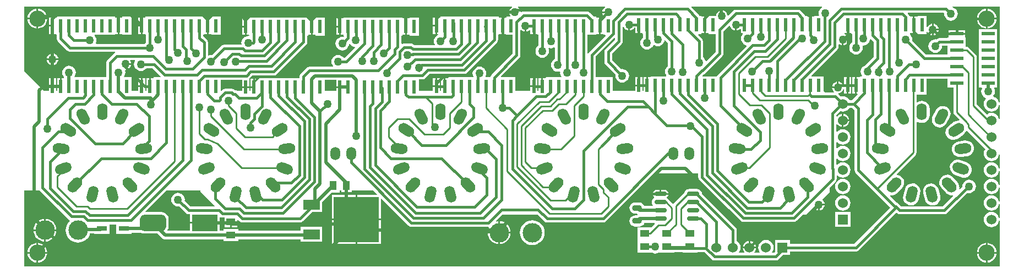
<source format=gbl>
G04 Layer_Physical_Order=2*
G04 Layer_Color=16711680*
%FSLAX44Y44*%
%MOMM*%
G71*
G01*
G75*
%ADD10R,1.4500X1.1000*%
%ADD11C,0.2540*%
%ADD12C,0.3810*%
%ADD13C,0.5080*%
%ADD14O,1.5000X2.0000*%
%ADD15C,3.0000*%
%ADD16O,1.5240X0.9000*%
%ADD17R,1.5240X1.5240*%
%ADD18C,1.5240*%
%ADD19R,1.5240X1.5240*%
G04:AMPARAMS|DCode=20|XSize=1.6mm|YSize=2.6mm|CornerRadius=0mm|HoleSize=0mm|Usage=FLASHONLY|Rotation=138.462|XOffset=0mm|YOffset=0mm|HoleType=Round|Shape=Round|*
%AMOVALD20*
21,1,1.0000,1.6000,0.0000,0.0000,228.5*
1,1,1.6000,0.3316,0.3743*
1,1,1.6000,-0.3316,-0.3743*
%
%ADD20OVALD20*%

%ADD21O,1.6000X2.6000*%
G04:AMPARAMS|DCode=22|XSize=1.6mm|YSize=2.6mm|CornerRadius=0mm|HoleSize=0mm|Usage=FLASHONLY|Rotation=27.692|XOffset=0mm|YOffset=0mm|HoleType=Round|Shape=Round|*
%AMOVALD22*
21,1,1.0000,1.6000,0.0000,0.0000,117.7*
1,1,1.6000,0.2324,-0.4427*
1,1,1.6000,-0.2324,0.4427*
%
%ADD22OVALD22*%

G04:AMPARAMS|DCode=23|XSize=1.6mm|YSize=2.6mm|CornerRadius=0mm|HoleSize=0mm|Usage=FLASHONLY|Rotation=55.385|XOffset=0mm|YOffset=0mm|HoleType=Round|Shape=Round|*
%AMOVALD23*
21,1,1.0000,1.6000,0.0000,0.0000,145.4*
1,1,1.6000,0.4115,-0.2840*
1,1,1.6000,-0.4115,0.2840*
%
%ADD23OVALD23*%

G04:AMPARAMS|DCode=24|XSize=1.6mm|YSize=2.6mm|CornerRadius=0mm|HoleSize=0mm|Usage=FLASHONLY|Rotation=83.077|XOffset=0mm|YOffset=0mm|HoleType=Round|Shape=Round|*
%AMOVALD24*
21,1,1.0000,1.6000,0.0000,0.0000,173.1*
1,1,1.6000,0.4964,-0.0603*
1,1,1.6000,-0.4964,0.0603*
%
%ADD24OVALD24*%

G04:AMPARAMS|DCode=25|XSize=1.6mm|YSize=2.6mm|CornerRadius=0mm|HoleSize=0mm|Usage=FLASHONLY|Rotation=110.769|XOffset=0mm|YOffset=0mm|HoleType=Round|Shape=Round|*
%AMOVALD25*
21,1,1.0000,1.6000,0.0000,0.0000,200.8*
1,1,1.6000,0.4675,0.1773*
1,1,1.6000,-0.4675,-0.1773*
%
%ADD25OVALD25*%

G04:AMPARAMS|DCode=26|XSize=1.6mm|YSize=2.6mm|CornerRadius=0mm|HoleSize=0mm|Usage=FLASHONLY|Rotation=166.154|XOffset=0mm|YOffset=0mm|HoleType=Round|Shape=Round|*
%AMOVALD26*
21,1,1.0000,1.6000,0.0000,0.0000,256.2*
1,1,1.6000,0.1197,0.4855*
1,1,1.6000,-0.1197,-0.4855*
%
%ADD26OVALD26*%

G04:AMPARAMS|DCode=27|XSize=1.6mm|YSize=2.6mm|CornerRadius=0mm|HoleSize=0mm|Usage=FLASHONLY|Rotation=193.846|XOffset=0mm|YOffset=0mm|HoleType=Round|Shape=Round|*
%AMOVALD27*
21,1,1.0000,1.6000,0.0000,0.0000,283.8*
1,1,1.6000,-0.1197,0.4855*
1,1,1.6000,0.1197,-0.4855*
%
%ADD27OVALD27*%

G04:AMPARAMS|DCode=28|XSize=1.6mm|YSize=2.6mm|CornerRadius=0mm|HoleSize=0mm|Usage=FLASHONLY|Rotation=221.538|XOffset=0mm|YOffset=0mm|HoleType=Round|Shape=Round|*
%AMOVALD28*
21,1,1.0000,1.6000,0.0000,0.0000,311.5*
1,1,1.6000,-0.3316,0.3743*
1,1,1.6000,0.3316,-0.3743*
%
%ADD28OVALD28*%

G04:AMPARAMS|DCode=29|XSize=1.6mm|YSize=2.6mm|CornerRadius=0mm|HoleSize=0mm|Usage=FLASHONLY|Rotation=249.231|XOffset=0mm|YOffset=0mm|HoleType=Round|Shape=Round|*
%AMOVALD29*
21,1,1.0000,1.6000,0.0000,0.0000,339.2*
1,1,1.6000,-0.4675,0.1773*
1,1,1.6000,0.4675,-0.1773*
%
%ADD29OVALD29*%

G04:AMPARAMS|DCode=30|XSize=1.6mm|YSize=2.6mm|CornerRadius=0mm|HoleSize=0mm|Usage=FLASHONLY|Rotation=276.923|XOffset=0mm|YOffset=0mm|HoleType=Round|Shape=Round|*
%AMOVALD30*
21,1,1.0000,1.6000,0.0000,0.0000,6.9*
1,1,1.6000,-0.4964,-0.0603*
1,1,1.6000,0.4964,0.0603*
%
%ADD30OVALD30*%

G04:AMPARAMS|DCode=31|XSize=1.6mm|YSize=2.6mm|CornerRadius=0mm|HoleSize=0mm|Usage=FLASHONLY|Rotation=304.615|XOffset=0mm|YOffset=0mm|HoleType=Round|Shape=Round|*
%AMOVALD31*
21,1,1.0000,1.6000,0.0000,0.0000,34.6*
1,1,1.6000,-0.4115,-0.2840*
1,1,1.6000,0.4115,0.2840*
%
%ADD31OVALD31*%

G04:AMPARAMS|DCode=32|XSize=1.6mm|YSize=2.6mm|CornerRadius=0mm|HoleSize=0mm|Usage=FLASHONLY|Rotation=332.308|XOffset=0mm|YOffset=0mm|HoleType=Round|Shape=Round|*
%AMOVALD32*
21,1,1.0000,1.6000,0.0000,0.0000,62.3*
1,1,1.6000,-0.2324,-0.4427*
1,1,1.6000,0.2324,0.4427*
%
%ADD32OVALD32*%

%ADD33C,1.2700*%
%ADD34C,2.5000*%
%ADD35R,0.6000X2.0000*%
%ADD36R,1.6000X0.8000*%
G04:AMPARAMS|DCode=37|XSize=4mm|YSize=2.5mm|CornerRadius=0.625mm|HoleSize=0mm|Usage=FLASHONLY|Rotation=180.000|XOffset=0mm|YOffset=0mm|HoleType=Round|Shape=RoundedRectangle|*
%AMROUNDEDRECTD37*
21,1,4.0000,1.2500,0,0,180.0*
21,1,2.7500,2.5000,0,0,180.0*
1,1,1.2500,-1.3750,0.6250*
1,1,1.2500,1.3750,0.6250*
1,1,1.2500,1.3750,-0.6250*
1,1,1.2500,-1.3750,-0.6250*
%
%ADD37ROUNDEDRECTD37*%
%ADD38R,4.0000X2.5000*%
%ADD39R,1.1000X1.4500*%
%ADD40R,2.5000X1.5000*%
%ADD41R,7.0000X7.0000*%
%ADD42O,1.9000X0.7000*%
%ADD43R,2.0000X0.5500*%
G36*
X1226369Y398316D02*
X1226482Y397510D01*
X1224526Y396009D01*
X1222867Y393847D01*
X1221824Y391329D01*
X1221468Y388628D01*
X1221824Y385926D01*
X1222039Y385406D01*
X1221333Y384350D01*
X1214740D01*
Y384094D01*
X1214580Y382890D01*
X1213470Y382890D01*
X1210310D01*
Y370350D01*
X1207770D01*
Y382890D01*
X1203500Y382890D01*
X1203340Y384094D01*
Y384350D01*
X1201204D01*
X1200597Y385257D01*
X1193167Y392687D01*
X1191214Y393992D01*
X1188910Y394451D01*
X1094550D01*
X1092246Y393992D01*
X1090293Y392687D01*
X1082494Y384889D01*
X1081292Y385297D01*
X1081191Y386062D01*
X1080295Y388224D01*
X1078870Y390081D01*
X1077013Y391507D01*
X1074851Y392402D01*
X1073800Y392541D01*
Y383741D01*
X1071260D01*
Y392541D01*
X1070209Y392402D01*
X1068047Y391507D01*
X1066189Y390081D01*
X1064765Y388224D01*
X1063869Y386062D01*
X1063643Y384350D01*
X1052180D01*
Y384094D01*
X1052020Y382890D01*
X1050910Y382890D01*
X1047750D01*
Y370350D01*
Y357810D01*
X1052020Y357810D01*
X1052180Y356606D01*
Y356350D01*
X1063319D01*
Y329333D01*
X1048847Y314860D01*
X1047568Y315377D01*
X1046631Y317640D01*
X1044972Y319802D01*
X1043611Y320846D01*
Y345189D01*
X1043152Y347493D01*
X1041847Y349446D01*
X1036117Y355177D01*
X1036603Y356350D01*
X1040780D01*
Y356606D01*
X1040940Y357810D01*
X1042050Y357810D01*
X1045210D01*
Y370350D01*
Y382890D01*
X1040940Y382890D01*
X1040780Y384094D01*
Y384350D01*
X1038643D01*
X1038037Y385257D01*
X1025688Y397607D01*
X1026174Y398780D01*
X1226140D01*
X1226369Y398316D01*
D02*
G37*
G36*
X892959Y398229D02*
X893042Y397510D01*
X891375Y396230D01*
X889950Y394373D01*
X889054Y392211D01*
X888915Y391160D01*
X897715D01*
Y388620D01*
X888915D01*
X889054Y387569D01*
X889950Y385407D01*
X890792Y384309D01*
X890890Y383080D01*
X890890Y383080D01*
X890762Y381863D01*
X890730Y381620D01*
X889620Y381620D01*
X886460D01*
Y369080D01*
Y356540D01*
X890730Y356540D01*
X890890Y355336D01*
Y355080D01*
X893002D01*
X893488Y353907D01*
X868233Y328651D01*
X867081Y326927D01*
X865969Y327076D01*
X865811Y327138D01*
Y355080D01*
X879490D01*
Y355336D01*
X879650Y356540D01*
X880760Y356540D01*
X883920D01*
Y369080D01*
Y381620D01*
X879650Y381620D01*
X879490Y382824D01*
Y383080D01*
X875655D01*
X869493Y389242D01*
X867540Y390547D01*
X865236Y391006D01*
X767255D01*
X764951Y390547D01*
X764574Y390296D01*
X763212Y390913D01*
X763041Y392211D01*
X762145Y394373D01*
X760720Y396230D01*
X759053Y397510D01*
X759136Y398229D01*
X759398Y398780D01*
X892697D01*
X892959Y398229D01*
D02*
G37*
G36*
X749624D02*
X749707Y397510D01*
X748040Y396230D01*
X746615Y394373D01*
X745719Y392211D01*
X745581Y391160D01*
X754380D01*
Y388620D01*
X745581D01*
X745719Y387569D01*
X746615Y385407D01*
X747425Y384350D01*
X746799Y383080D01*
X741030D01*
Y382824D01*
X740870Y381620D01*
X739760Y381620D01*
X736600D01*
Y369080D01*
Y356540D01*
X740870Y356540D01*
X741030Y355336D01*
Y355080D01*
X750899D01*
Y326344D01*
X718373Y293817D01*
X717068Y291864D01*
X716713Y290080D01*
X709860D01*
X709084Y291350D01*
X709854Y293208D01*
X710209Y295910D01*
X709854Y298612D01*
X708811Y301130D01*
X707152Y303292D01*
X704990Y304951D01*
X702472Y305994D01*
X699770Y306349D01*
X697068Y305994D01*
X694550Y304951D01*
X692388Y303292D01*
X690729Y301130D01*
X689686Y298612D01*
X689331Y295910D01*
X689686Y293208D01*
X690456Y291350D01*
X689680Y290080D01*
X652130D01*
Y289824D01*
X651970Y288620D01*
X647700D01*
Y276080D01*
X646430D01*
Y274810D01*
X640890D01*
Y269240D01*
X639270D01*
Y274810D01*
X633730D01*
X628190D01*
Y269240D01*
X606440D01*
Y286524D01*
X612136D01*
X614440Y286983D01*
X616393Y288288D01*
X623075Y294969D01*
X676191D01*
X678495Y295428D01*
X680448Y296733D01*
X726887Y343172D01*
X728192Y345125D01*
X728651Y347429D01*
Y355080D01*
X729630D01*
Y355336D01*
X729790Y356540D01*
X730900Y356540D01*
X734060D01*
Y369080D01*
Y381620D01*
X729790Y381620D01*
X729630Y382824D01*
Y383080D01*
X639430D01*
Y382824D01*
X639270Y381620D01*
X638160Y381620D01*
X635000D01*
Y369080D01*
Y356540D01*
X636513D01*
X636766Y355270D01*
X634860Y354481D01*
X632698Y352822D01*
X631039Y350660D01*
X629996Y348142D01*
X629641Y345440D01*
X629996Y342738D01*
X630961Y340411D01*
X630460Y339141D01*
X599835D01*
X598613Y340362D01*
X596660Y341667D01*
X594356Y342126D01*
X584204D01*
X581900Y341667D01*
X581181Y341187D01*
X580061Y341786D01*
Y353810D01*
X581040D01*
Y354066D01*
X581200Y355270D01*
X582310Y355270D01*
X585470D01*
Y367810D01*
Y380350D01*
X581200Y380350D01*
X581040Y381554D01*
Y381810D01*
X490840D01*
Y381554D01*
X490680Y380350D01*
X489570Y380350D01*
X486410D01*
Y367810D01*
Y355270D01*
X490680Y355270D01*
X490840Y354066D01*
Y353810D01*
X491228D01*
X491501Y352766D01*
X490610Y351851D01*
X488950Y352069D01*
X486248Y351714D01*
X483730Y350671D01*
X481568Y349012D01*
X479909Y346850D01*
X478866Y344332D01*
X478511Y341630D01*
X478866Y338928D01*
X479909Y336410D01*
X481568Y334248D01*
X483730Y332589D01*
X486248Y331546D01*
X488950Y331191D01*
X491652Y331546D01*
X494170Y332589D01*
X496332Y334248D01*
X497991Y336410D01*
X499034Y338928D01*
X499262Y340664D01*
X500590Y341020D01*
X501888Y339328D01*
X504050Y337669D01*
X506568Y336626D01*
X507768Y336469D01*
X508223Y335128D01*
X492806Y319711D01*
X491026D01*
X489982Y321072D01*
X487820Y322731D01*
X485302Y323774D01*
X482600Y324129D01*
X479898Y323774D01*
X477380Y322731D01*
X475218Y321072D01*
X473559Y318910D01*
X472516Y316392D01*
X472161Y313690D01*
X472516Y310988D01*
X473559Y308470D01*
X474338Y307456D01*
X473712Y306186D01*
X438210D01*
X435906Y305727D01*
X433953Y304422D01*
X425003Y295472D01*
X423698Y293519D01*
X423239Y291215D01*
Y288810D01*
X358760D01*
Y288554D01*
X358600Y287350D01*
X354330D01*
Y274810D01*
X353060D01*
Y273540D01*
X347520D01*
Y269240D01*
X345900D01*
Y273540D01*
X340360D01*
X334820D01*
Y269240D01*
X326876D01*
X326154Y269722D01*
X323850Y270181D01*
X323355D01*
X323023Y270512D01*
X321070Y271817D01*
X318766Y272276D01*
X308614D01*
X306310Y271817D01*
X304357Y270512D01*
X303084Y269240D01*
X301640D01*
Y285889D01*
X334820D01*
Y276080D01*
X340360D01*
X345900D01*
Y287350D01*
X346441Y288396D01*
X350474Y292429D01*
X383540D01*
X385844Y292888D01*
X387797Y294193D01*
X433517Y339913D01*
X434822Y341866D01*
X435281Y344170D01*
Y353810D01*
X436260D01*
Y354066D01*
X436420Y355270D01*
X437530Y355270D01*
X440690D01*
Y367810D01*
Y380350D01*
X436420Y380350D01*
X436260Y381554D01*
Y381810D01*
X346060D01*
Y381554D01*
X345900Y380350D01*
X344790Y380350D01*
X341630D01*
Y367810D01*
Y355270D01*
X345267Y355270D01*
X345644Y354227D01*
X344819Y353254D01*
X344170Y353339D01*
X341468Y352984D01*
X338950Y351941D01*
X336788Y350282D01*
X335129Y348120D01*
X334086Y345602D01*
X333731Y342900D01*
X333975Y341046D01*
X332975Y339776D01*
X307085D01*
X304781Y339317D01*
X302828Y338012D01*
X288721Y323905D01*
X287020Y324129D01*
X284318Y323774D01*
X283492Y323431D01*
X282436Y324137D01*
Y343345D01*
X281977Y345649D01*
X280672Y347602D01*
X275261Y353014D01*
Y355080D01*
X276240D01*
Y355336D01*
X276400Y356540D01*
X277510Y356540D01*
X280670D01*
Y369080D01*
Y381620D01*
X276400Y381620D01*
X276240Y382824D01*
Y383080D01*
X186040D01*
Y382824D01*
X185880Y381620D01*
X184770Y381620D01*
X181610D01*
Y369080D01*
Y356540D01*
X185880Y356540D01*
X186040Y355336D01*
Y355080D01*
X187019D01*
Y343706D01*
X185658Y342662D01*
X184614Y341301D01*
X110667D01*
X109818Y342571D01*
X110414Y344008D01*
X110769Y346710D01*
X110414Y349412D01*
X109371Y351930D01*
X107928Y353810D01*
X108347Y355080D01*
X139080D01*
Y355336D01*
X139240Y356540D01*
X140350Y356540D01*
X143510D01*
Y369080D01*
Y381620D01*
X139240Y381620D01*
X139080Y382824D01*
Y383080D01*
X48880D01*
Y382824D01*
X48720Y381620D01*
X47610Y381620D01*
X44450D01*
Y369080D01*
Y356540D01*
X48720Y356540D01*
X48880Y355336D01*
Y355080D01*
X49859D01*
Y349250D01*
X50318Y346946D01*
X51623Y344993D01*
X65593Y331023D01*
X67546Y329718D01*
X69850Y329259D01*
X139496D01*
X139558Y329101D01*
X139707Y327989D01*
X137983Y326837D01*
X127823Y316677D01*
X126518Y314724D01*
X126059Y312420D01*
Y290080D01*
X77614D01*
X77052Y291219D01*
X77621Y291960D01*
X78664Y294478D01*
X79019Y297180D01*
X78664Y299882D01*
X77621Y302400D01*
X75962Y304562D01*
X73800Y306221D01*
X71282Y307264D01*
X68580Y307619D01*
X65878Y307264D01*
X63360Y306221D01*
X61198Y304562D01*
X59539Y302400D01*
X58496Y299882D01*
X58141Y297180D01*
X58496Y294478D01*
X59539Y291960D01*
X61128Y289890D01*
X61054Y289489D01*
X60648Y288620D01*
X57150D01*
Y276080D01*
X55880D01*
Y274810D01*
X50340D01*
Y269240D01*
X48720D01*
Y274810D01*
X43180D01*
X37640D01*
Y269240D01*
X30480D01*
X0Y299720D01*
Y398780D01*
X749362D01*
X749624Y398229D01*
D02*
G37*
G36*
X1499870Y251208D02*
X1498600Y251125D01*
X1498491Y251953D01*
X1497320Y254780D01*
X1495457Y257208D01*
X1493030Y259070D01*
X1490638Y260061D01*
X1490173Y261178D01*
X1490162Y261527D01*
X1491001Y262620D01*
X1492044Y265138D01*
X1492399Y267840D01*
X1492044Y270542D01*
X1491170Y272650D01*
X1491800Y273920D01*
X1495960D01*
Y286620D01*
Y299320D01*
Y312020D01*
Y324720D01*
Y337420D01*
Y350120D01*
Y363620D01*
X1467960D01*
Y350120D01*
Y337420D01*
Y324720D01*
Y312020D01*
Y299320D01*
Y286620D01*
Y273920D01*
X1472120D01*
X1472750Y272650D01*
X1471876Y270542D01*
X1471521Y267840D01*
X1471876Y265138D01*
X1472919Y262620D01*
X1474578Y260458D01*
X1476740Y258799D01*
X1478124Y258226D01*
X1478249Y258058D01*
X1478492Y256699D01*
X1477020Y254780D01*
X1475849Y251953D01*
X1475450Y248920D01*
X1475849Y245887D01*
X1477020Y243060D01*
X1478882Y240632D01*
X1481310Y238770D01*
X1484137Y237599D01*
X1487170Y237200D01*
X1490203Y237599D01*
X1493030Y238770D01*
X1495457Y240632D01*
X1497320Y243060D01*
X1498491Y245887D01*
X1498600Y246715D01*
X1499870Y246632D01*
Y225808D01*
X1498600Y225725D01*
X1498491Y226553D01*
X1497320Y229380D01*
X1495457Y231807D01*
X1493030Y233670D01*
X1490203Y234841D01*
X1487170Y235240D01*
X1484137Y234841D01*
X1481310Y233670D01*
X1480308Y232901D01*
X1464603Y248606D01*
Y321310D01*
X1464194Y323366D01*
X1463029Y325109D01*
X1452870Y335270D01*
X1451126Y336434D01*
X1449070Y336843D01*
X1447960D01*
Y350920D01*
X1447497D01*
X1446500Y351580D01*
X1446500Y352190D01*
Y355600D01*
X1421420D01*
Y352190D01*
X1421420Y351580D01*
X1420423Y350920D01*
X1419960D01*
Y350191D01*
X1407160D01*
X1404856Y349732D01*
X1402903Y348427D01*
X1402511Y348035D01*
X1400810Y348259D01*
X1398108Y347904D01*
X1395590Y346861D01*
X1393428Y345202D01*
X1391769Y343040D01*
X1390726Y340522D01*
X1390371Y337820D01*
X1390726Y335118D01*
X1391769Y332600D01*
X1393428Y330438D01*
X1395590Y328779D01*
X1398108Y327736D01*
X1400810Y327381D01*
X1403512Y327736D01*
X1406030Y328779D01*
X1408192Y330438D01*
X1409851Y332600D01*
X1410894Y335118D01*
X1411249Y337820D01*
X1411538Y338149D01*
X1419960D01*
Y324791D01*
X1386794D01*
X1365305Y346279D01*
X1365529Y347980D01*
X1365174Y350682D01*
X1364131Y353200D01*
X1362544Y355268D01*
X1362090Y356350D01*
X1362218Y357567D01*
X1362250Y357810D01*
X1363360Y357810D01*
X1366520D01*
Y370350D01*
Y382890D01*
X1362250Y382890D01*
X1362090Y384094D01*
Y384350D01*
X1360735D01*
X1360652Y384764D01*
X1359347Y386717D01*
X1358289Y387776D01*
X1358775Y388949D01*
X1413748D01*
X1414586Y387994D01*
X1414501Y387350D01*
X1414856Y384648D01*
X1415899Y382130D01*
X1417558Y379968D01*
X1419720Y378309D01*
X1422238Y377266D01*
X1424940Y376911D01*
X1427642Y377266D01*
X1430160Y378309D01*
X1432322Y379968D01*
X1433981Y382130D01*
X1435024Y384648D01*
X1435379Y387350D01*
X1435024Y390052D01*
X1433981Y392570D01*
X1432322Y394732D01*
X1430160Y396391D01*
X1427642Y397434D01*
X1427062Y397510D01*
X1427145Y398780D01*
X1499870D01*
Y251208D01*
D02*
G37*
G36*
X1095520Y361550D02*
X1096571Y361689D01*
X1098733Y362585D01*
X1100590Y364010D01*
X1100697Y364149D01*
X1101900Y363741D01*
Y357810D01*
X1104738D01*
X1104946Y357199D01*
X1105068Y356540D01*
X1103479Y354470D01*
X1102436Y351952D01*
X1102081Y349250D01*
X1102436Y346548D01*
X1103479Y344030D01*
X1105138Y341868D01*
X1107300Y340209D01*
X1109818Y339166D01*
X1110014Y339141D01*
X1110422Y337938D01*
X1066353Y293868D01*
X1065048Y291915D01*
X1064935Y291350D01*
X1043204D01*
X1042718Y292523D01*
X1044754Y294560D01*
X1044970Y294603D01*
X1046923Y295908D01*
X1073597Y322582D01*
X1074902Y324535D01*
X1075361Y326839D01*
Y360726D01*
X1084117Y369482D01*
X1085458Y369027D01*
X1085589Y368029D01*
X1086485Y365867D01*
X1087910Y364010D01*
X1089767Y362585D01*
X1091929Y361689D01*
X1092980Y361550D01*
Y370350D01*
X1095520D01*
Y361550D01*
D02*
G37*
G36*
X931400D02*
X932451Y361689D01*
X934613Y362585D01*
X936470Y364010D01*
X937895Y365867D01*
X938070Y366288D01*
X939340Y366036D01*
Y357810D01*
X943610D01*
Y370350D01*
X946150D01*
Y357810D01*
X950420D01*
X950580Y356606D01*
Y356350D01*
X951559D01*
Y351326D01*
X950198Y350282D01*
X948539Y348120D01*
X947496Y345602D01*
X947141Y342900D01*
X947496Y340198D01*
X948539Y337680D01*
X950198Y335518D01*
X952360Y333859D01*
X954878Y332816D01*
X957580Y332461D01*
X960282Y332816D01*
X962800Y333859D01*
X964962Y335518D01*
X966621Y337680D01*
X967161Y338984D01*
X968388Y339313D01*
X968855Y338954D01*
X971373Y337911D01*
X974075Y337556D01*
X976777Y337911D01*
X979295Y338954D01*
X981457Y340613D01*
X983116Y342775D01*
X984159Y345293D01*
X984316Y346493D01*
X985657Y346948D01*
X989659Y342946D01*
Y306876D01*
X988298Y305832D01*
X986639Y303670D01*
X985596Y301152D01*
X985241Y298450D01*
X985596Y295748D01*
X986639Y293230D01*
X987208Y292489D01*
X986646Y291350D01*
X963280D01*
Y291094D01*
X963120Y289890D01*
X958850D01*
Y277350D01*
X957580D01*
Y276080D01*
X952040D01*
Y269240D01*
X950420D01*
Y276080D01*
X944880D01*
X939340D01*
Y269240D01*
X904890D01*
Y290080D01*
X878511D01*
Y321900D01*
X907206Y350595D01*
X908379Y350109D01*
Y347934D01*
X893633Y333187D01*
X892328Y331234D01*
X891869Y328930D01*
Y313690D01*
X892328Y311386D01*
X893633Y309433D01*
X909265Y293801D01*
X909041Y292100D01*
X909396Y289398D01*
X910439Y286880D01*
X912098Y284718D01*
X914260Y283059D01*
X916778Y282016D01*
X919480Y281661D01*
X922182Y282016D01*
X924700Y283059D01*
X926862Y284718D01*
X928521Y286880D01*
X929564Y289398D01*
X929919Y292100D01*
X929564Y294802D01*
X928521Y297320D01*
X926862Y299482D01*
X924700Y301141D01*
X922182Y302184D01*
X919480Y302539D01*
X917779Y302315D01*
X903911Y316184D01*
Y326436D01*
X918657Y341183D01*
X919962Y343136D01*
X920421Y345440D01*
Y367241D01*
X921691Y367494D01*
X922365Y365867D01*
X923790Y364010D01*
X925647Y362585D01*
X927809Y361689D01*
X928860Y361550D01*
Y370350D01*
X931400D01*
Y361550D01*
D02*
G37*
G36*
X771670Y360280D02*
X772721Y360419D01*
X774883Y361315D01*
X776740Y362740D01*
X776847Y362879D01*
X778050Y362471D01*
Y356540D01*
X782320D01*
Y369080D01*
X784860D01*
Y356540D01*
X789130D01*
X789290Y355336D01*
Y355080D01*
X790269D01*
Y338626D01*
X788908Y337582D01*
X787249Y335420D01*
X786206Y332902D01*
X785851Y330200D01*
X786206Y327498D01*
X787249Y324980D01*
X788908Y322818D01*
X791070Y321159D01*
X793588Y320116D01*
X796290Y319761D01*
X798992Y320116D01*
X801510Y321159D01*
X803672Y322818D01*
X805331Y324980D01*
X806374Y327498D01*
X806729Y330200D01*
X806374Y332902D01*
X805985Y333840D01*
X806443Y334298D01*
X806999Y334711D01*
X809625Y334366D01*
X812327Y334721D01*
X814589Y335658D01*
X815859Y335120D01*
Y318005D01*
X815143Y317708D01*
X812981Y316049D01*
X811322Y313887D01*
X810279Y311369D01*
X809923Y308668D01*
X810279Y305966D01*
X811322Y303448D01*
X812981Y301286D01*
X815143Y299627D01*
X817661Y298584D01*
X820362Y298228D01*
X822851Y298556D01*
X824031Y297787D01*
X823951Y297180D01*
X824306Y294478D01*
X825349Y291960D01*
X825918Y291219D01*
X825356Y290080D01*
X801990D01*
Y289824D01*
X801830Y288620D01*
X797560D01*
Y276080D01*
X796290D01*
Y274810D01*
X790750D01*
Y269240D01*
X789130D01*
Y274810D01*
X783590D01*
X778050D01*
Y269240D01*
X755030D01*
Y290080D01*
X733324D01*
X732838Y291253D01*
X761177Y319593D01*
X762482Y321546D01*
X762941Y323850D01*
Y362331D01*
X764211Y362624D01*
X765917Y361315D01*
X768079Y360419D01*
X769130Y360280D01*
Y369080D01*
X771670D01*
Y360280D01*
D02*
G37*
G36*
X1267460Y357810D02*
X1271730D01*
X1271890Y356606D01*
Y356350D01*
X1272869D01*
Y343706D01*
X1271508Y342662D01*
X1269849Y340500D01*
X1268806Y337982D01*
X1268451Y335280D01*
X1268806Y332578D01*
X1269849Y330060D01*
X1271508Y327898D01*
X1273670Y326239D01*
X1276188Y325196D01*
X1278890Y324841D01*
X1281592Y325196D01*
X1284110Y326239D01*
X1286272Y327898D01*
X1287931Y330060D01*
X1288974Y332578D01*
X1289329Y335280D01*
X1289010Y337702D01*
X1289811Y338878D01*
X1290320Y338811D01*
X1293022Y339166D01*
X1295540Y340209D01*
X1297702Y341868D01*
X1299361Y344030D01*
X1300404Y346548D01*
X1300556Y347704D01*
X1301897Y348159D01*
X1305889Y344166D01*
Y321264D01*
X1292587Y307962D01*
X1291450Y307491D01*
X1289288Y305832D01*
X1287629Y303670D01*
X1286586Y301152D01*
X1286231Y298450D01*
X1286586Y295748D01*
X1287629Y293230D01*
X1288198Y292489D01*
X1287636Y291350D01*
X1284590D01*
Y291094D01*
X1284430Y289890D01*
X1280160D01*
Y277350D01*
Y264810D01*
X1280986D01*
X1281472Y263637D01*
X1272776Y254941D01*
X1268597D01*
X1266858Y257208D01*
X1264430Y259070D01*
X1261603Y260241D01*
X1258570Y260640D01*
X1255737Y260267D01*
X1251818Y264187D01*
X1252249Y265524D01*
X1253271Y265659D01*
X1255433Y266555D01*
X1257290Y267980D01*
X1258715Y269837D01*
X1259380Y271441D01*
X1260650Y271189D01*
Y264810D01*
X1264920D01*
Y277350D01*
Y289890D01*
X1260650D01*
Y277451D01*
X1259380Y277199D01*
X1258715Y278803D01*
X1257290Y280660D01*
X1255433Y282085D01*
X1253271Y282981D01*
X1252220Y283120D01*
Y274320D01*
X1250950D01*
Y273050D01*
X1242150D01*
X1242289Y271999D01*
X1243185Y269837D01*
X1244610Y267980D01*
X1245051Y267641D01*
X1244620Y266371D01*
X1230959D01*
X1228740Y268590D01*
Y291350D01*
X1210844D01*
X1210358Y292523D01*
X1250522Y332688D01*
X1251827Y334641D01*
X1252286Y336945D01*
Y340161D01*
X1253425Y340723D01*
X1254087Y340215D01*
X1256249Y339319D01*
X1257300Y339180D01*
Y347980D01*
X1258570D01*
Y349250D01*
X1267370D01*
X1267231Y350301D01*
X1266335Y352463D01*
X1264910Y354320D01*
X1263053Y355745D01*
X1261135Y356540D01*
X1261388Y357810D01*
X1264920D01*
Y370350D01*
X1267460D01*
Y357810D01*
D02*
G37*
G36*
X479600Y276080D02*
X485140D01*
Y273540D01*
X479600D01*
Y269240D01*
X461660D01*
Y285504D01*
X479600D01*
Y276080D01*
D02*
G37*
G36*
X170275Y315420D02*
X170029Y315100D01*
X168986Y312582D01*
X168631Y309880D01*
X168986Y307178D01*
X170029Y304660D01*
X171688Y302498D01*
X173850Y300839D01*
X176368Y299796D01*
X179070Y299441D01*
X181772Y299796D01*
X184290Y300839D01*
X186452Y302498D01*
X187496Y303859D01*
X196896D01*
X209502Y291253D01*
X209016Y290080D01*
X198740D01*
Y289824D01*
X198580Y288620D01*
X194310D01*
Y276080D01*
X193040D01*
Y274810D01*
X187500D01*
Y269240D01*
X185880D01*
Y274810D01*
X180340D01*
X174800D01*
Y269240D01*
X164480D01*
Y290080D01*
X153814D01*
X153252Y291219D01*
X153821Y291960D01*
X154864Y294478D01*
X155219Y297180D01*
X154864Y299882D01*
X154693Y300293D01*
X155607Y301405D01*
X157573Y301664D01*
X159736Y302560D01*
X161593Y303985D01*
X163018Y305842D01*
X163913Y308004D01*
X164052Y309055D01*
X155252D01*
Y311595D01*
X164052D01*
X163913Y312646D01*
X163018Y314808D01*
X162548Y315420D01*
X163110Y316559D01*
X169714D01*
X170275Y315420D01*
D02*
G37*
G36*
X1419960Y273920D02*
X1428587D01*
Y236090D01*
X1428996Y234034D01*
X1430161Y232290D01*
X1437876Y224575D01*
X1437324Y223331D01*
X1435927Y223402D01*
X1432838Y222738D01*
X1430025Y221298D01*
X1421795Y215618D01*
X1419452Y213499D01*
X1417736Y210845D01*
X1416766Y207838D01*
X1416607Y204683D01*
X1417270Y201593D01*
X1418710Y198781D01*
X1420829Y196437D01*
X1423482Y194722D01*
X1426489Y193751D01*
X1429645Y193592D01*
X1432734Y194255D01*
X1435547Y195695D01*
X1443776Y201376D01*
X1446120Y203495D01*
X1447836Y206148D01*
X1448288Y207551D01*
X1449523Y207848D01*
X1477789Y179582D01*
X1477020Y178580D01*
X1475849Y175753D01*
X1475450Y172720D01*
X1475849Y169687D01*
X1477020Y166860D01*
X1478882Y164433D01*
X1481310Y162570D01*
X1484137Y161399D01*
X1487170Y161000D01*
X1490203Y161399D01*
X1493030Y162570D01*
X1495457Y164433D01*
X1497320Y166860D01*
X1498491Y169687D01*
X1498600Y170515D01*
X1499870Y170432D01*
Y149608D01*
X1498600Y149525D01*
X1498491Y150353D01*
X1497320Y153180D01*
X1495457Y155608D01*
X1493030Y157470D01*
X1490203Y158641D01*
X1487170Y159040D01*
X1484137Y158641D01*
X1481310Y157470D01*
X1478882Y155608D01*
X1477020Y153180D01*
X1475849Y150353D01*
X1475450Y147320D01*
X1475849Y144287D01*
X1477020Y141460D01*
X1478882Y139032D01*
X1481310Y137170D01*
X1484137Y135999D01*
X1487170Y135600D01*
X1490203Y135999D01*
X1493030Y137170D01*
X1495457Y139032D01*
X1497320Y141460D01*
X1498491Y144287D01*
X1498600Y145115D01*
X1499870Y145032D01*
Y124208D01*
X1498600Y124125D01*
X1498491Y124953D01*
X1497320Y127780D01*
X1495457Y130208D01*
X1493030Y132070D01*
X1490203Y133241D01*
X1487170Y133640D01*
X1484137Y133241D01*
X1481310Y132070D01*
X1478882Y130208D01*
X1477020Y127780D01*
X1475849Y124953D01*
X1475450Y121920D01*
X1475849Y118887D01*
X1477020Y116060D01*
X1478882Y113632D01*
X1481310Y111770D01*
X1484137Y110599D01*
X1487170Y110200D01*
X1490203Y110599D01*
X1493030Y111770D01*
X1495457Y113632D01*
X1497320Y116060D01*
X1498491Y118887D01*
X1498600Y119715D01*
X1499870Y119632D01*
Y98808D01*
X1498600Y98725D01*
X1498491Y99553D01*
X1497320Y102380D01*
X1495457Y104808D01*
X1493030Y106670D01*
X1490203Y107841D01*
X1487170Y108240D01*
X1484137Y107841D01*
X1481310Y106670D01*
X1478882Y104808D01*
X1477020Y102380D01*
X1475849Y99553D01*
X1475450Y96520D01*
X1475849Y93487D01*
X1477020Y90660D01*
X1478882Y88232D01*
X1481310Y86370D01*
X1484137Y85199D01*
X1487170Y84800D01*
X1490203Y85199D01*
X1493030Y86370D01*
X1495457Y88232D01*
X1497320Y90660D01*
X1498491Y93487D01*
X1498600Y94315D01*
X1499870Y94232D01*
Y73408D01*
X1498600Y73325D01*
X1498491Y74153D01*
X1497320Y76980D01*
X1495457Y79408D01*
X1493030Y81270D01*
X1490203Y82441D01*
X1487170Y82840D01*
X1484137Y82441D01*
X1481310Y81270D01*
X1478882Y79408D01*
X1477020Y76980D01*
X1475849Y74153D01*
X1475450Y71120D01*
X1475849Y68087D01*
X1477020Y65260D01*
X1478882Y62832D01*
X1481310Y60970D01*
X1484137Y59799D01*
X1487170Y59400D01*
X1490203Y59799D01*
X1493030Y60970D01*
X1495457Y62832D01*
X1497320Y65260D01*
X1498491Y68087D01*
X1498600Y68915D01*
X1499870Y68832D01*
Y-1270D01*
X0D01*
Y115570D01*
X23641D01*
X23683Y115508D01*
X67933Y71258D01*
X69559Y70171D01*
X69847Y68764D01*
X69050Y68110D01*
X66676Y65217D01*
X64911Y61916D01*
X63825Y58335D01*
X63458Y54610D01*
X63825Y50885D01*
X64911Y47304D01*
X66676Y44003D01*
X69050Y41110D01*
X71943Y38736D01*
X75244Y36971D01*
X78825Y35885D01*
X82550Y35518D01*
X86275Y35885D01*
X89856Y36971D01*
X93157Y38736D01*
X96050Y41110D01*
X98424Y44003D01*
X100189Y47304D01*
X100789Y49284D01*
X106890D01*
Y49150D01*
X130890D01*
Y63639D01*
X140890D01*
Y49150D01*
X164890D01*
Y50554D01*
X179254D01*
X181064Y49804D01*
X183740Y49452D01*
X204750D01*
X211866Y42336D01*
X213232Y41287D01*
X214823Y40628D01*
X216530Y40404D01*
X241864D01*
X241940Y40394D01*
X306250D01*
Y37650D01*
X328750D01*
Y40394D01*
X425040D01*
Y36620D01*
X458040D01*
Y59620D01*
X425040D01*
Y53586D01*
X328750D01*
Y56650D01*
X306250D01*
Y53596D01*
X300030D01*
Y64770D01*
X277490D01*
X254950D01*
Y53596D01*
X220828D01*
X220295Y54866D01*
X221226Y57114D01*
X221578Y59790D01*
Y72290D01*
X221226Y74966D01*
X220193Y77459D01*
X218550Y79600D01*
X216409Y81243D01*
X213916Y82276D01*
X211240Y82628D01*
X186782D01*
X186296Y83802D01*
X218064Y115570D01*
X270510D01*
Y114300D01*
X292526Y92284D01*
X292040Y91111D01*
X255224D01*
X246435Y99899D01*
X246659Y101600D01*
X246304Y104302D01*
X245261Y106820D01*
X243602Y108982D01*
X241440Y110641D01*
X238922Y111684D01*
X236220Y112039D01*
X233518Y111684D01*
X231000Y110641D01*
X228838Y108982D01*
X227179Y106820D01*
X226136Y104302D01*
X225781Y101600D01*
X226136Y98898D01*
X227179Y96380D01*
X228838Y94218D01*
X231000Y92559D01*
X233518Y91516D01*
X236220Y91161D01*
X237921Y91385D01*
X248473Y80833D01*
X250426Y79528D01*
X252730Y79069D01*
X254950D01*
Y67310D01*
X277490D01*
X300030D01*
Y74281D01*
X301300Y74960D01*
X302067Y74448D01*
X304371Y73989D01*
X307710D01*
Y68420D01*
X317500D01*
X327290D01*
Y70206D01*
X328463Y70692D01*
X331023Y68133D01*
X332976Y66828D01*
X335280Y66369D01*
X423620D01*
X425924Y66828D01*
X427877Y68133D01*
X442365Y82620D01*
X458040D01*
Y97481D01*
X472499Y111940D01*
X484640D01*
Y115570D01*
X487100D01*
Y113400D01*
X493870D01*
Y123190D01*
X496410D01*
Y113400D01*
X503180D01*
Y115570D01*
X536800D01*
X542537Y109833D01*
X542051Y108660D01*
X511810D01*
Y72390D01*
X548080D01*
Y102631D01*
X549253Y103117D01*
X590968Y61403D01*
X592921Y60098D01*
X595225Y59639D01*
X713360D01*
X713835Y59734D01*
X714592Y58714D01*
X713967Y57545D01*
X712964Y54238D01*
X712750Y52070D01*
X728980D01*
Y68300D01*
X726812Y68086D01*
X725786Y67775D01*
X725113Y68898D01*
X734955Y78740D01*
X789045D01*
X799843Y67943D01*
X801796Y66638D01*
X804100Y66179D01*
X890044D01*
X892348Y66638D01*
X894301Y67943D01*
X968599Y142240D01*
X1036079D01*
Y136345D01*
X1036538Y134041D01*
X1037843Y132088D01*
X1100973Y68958D01*
X1102926Y67653D01*
X1105230Y67194D01*
X1183195D01*
X1185499Y67653D01*
X1187452Y68958D01*
X1197234Y78740D01*
X1203960D01*
X1213616Y88396D01*
X1214883Y88313D01*
X1215400Y87640D01*
X1217257Y86215D01*
X1219419Y85319D01*
X1220470Y85181D01*
Y93980D01*
X1221740D01*
Y95250D01*
X1230539D01*
X1230401Y96301D01*
X1229505Y98463D01*
X1228080Y100320D01*
X1227407Y100837D01*
X1227324Y102104D01*
X1238250Y113030D01*
Y119755D01*
X1247587Y129093D01*
X1248892Y131046D01*
X1249351Y133350D01*
Y138300D01*
X1250621Y138773D01*
X1252710Y137170D01*
X1255537Y135999D01*
X1258570Y135600D01*
X1261603Y135999D01*
X1264430Y137170D01*
X1266858Y139032D01*
X1268720Y141460D01*
X1269891Y144287D01*
X1270290Y147320D01*
X1269891Y150353D01*
X1268720Y153180D01*
X1266858Y155608D01*
X1264430Y157470D01*
X1261603Y158641D01*
X1258570Y159040D01*
X1255537Y158641D01*
X1252710Y157470D01*
X1250283Y155608D01*
X1250137Y155418D01*
X1248934Y155826D01*
Y164214D01*
X1250137Y164622D01*
X1250283Y164433D01*
X1252710Y162570D01*
X1255537Y161399D01*
X1258570Y161000D01*
X1261603Y161399D01*
X1264430Y162570D01*
X1266858Y164433D01*
X1268720Y166860D01*
X1269891Y169687D01*
X1270290Y172720D01*
X1269891Y175753D01*
X1268720Y178580D01*
X1266858Y181007D01*
X1264430Y182870D01*
X1261603Y184041D01*
X1258570Y184440D01*
X1255537Y184041D01*
X1252710Y182870D01*
X1250283Y181007D01*
X1250137Y180818D01*
X1248934Y181226D01*
Y189614D01*
X1250137Y190022D01*
X1250283Y189832D01*
X1252710Y187970D01*
X1255537Y186799D01*
X1258570Y186400D01*
X1261603Y186799D01*
X1264430Y187970D01*
X1266858Y189832D01*
X1268720Y192260D01*
X1269891Y195087D01*
X1270290Y198120D01*
X1269891Y201153D01*
X1268720Y203980D01*
X1266858Y206408D01*
X1264430Y208270D01*
X1261603Y209441D01*
X1258570Y209840D01*
X1255537Y209441D01*
X1252710Y208270D01*
X1250283Y206408D01*
X1250137Y206218D01*
X1248934Y206626D01*
Y217301D01*
X1250204Y217733D01*
X1251324Y216274D01*
X1253446Y214645D01*
X1255918Y213622D01*
X1257300Y213440D01*
Y223520D01*
Y233601D01*
X1255918Y233419D01*
X1253446Y232395D01*
X1251324Y230766D01*
X1250204Y229307D01*
X1248934Y229739D01*
Y232040D01*
X1254799Y237905D01*
X1255537Y237599D01*
X1258570Y237200D01*
X1261603Y237599D01*
X1264430Y238770D01*
X1266858Y240632D01*
X1268597Y242899D01*
X1272776D01*
X1276679Y238996D01*
Y147320D01*
X1277138Y145016D01*
X1278443Y143063D01*
X1331971Y89535D01*
X1276396Y33961D01*
X1177480D01*
Y39560D01*
X1154240D01*
Y21024D01*
X1153206Y19991D01*
X1150443D01*
X1149881Y21130D01*
X1150610Y22080D01*
X1151781Y24907D01*
X1152180Y27940D01*
X1151781Y30973D01*
X1150610Y33800D01*
X1148747Y36228D01*
X1146320Y38090D01*
X1143493Y39261D01*
X1140460Y39660D01*
X1137427Y39261D01*
X1134600Y38090D01*
X1132172Y36228D01*
X1130310Y33800D01*
X1129139Y30973D01*
X1128740Y27940D01*
X1129139Y24907D01*
X1130310Y22080D01*
X1131039Y21130D01*
X1130477Y19991D01*
X1123367D01*
X1122741Y21261D01*
X1123935Y22816D01*
X1124958Y25288D01*
X1125141Y26670D01*
X1115060D01*
X1104979D01*
X1105162Y25288D01*
X1106185Y22816D01*
X1107379Y21261D01*
X1106752Y19991D01*
X1099643D01*
X1099081Y21130D01*
X1099810Y22080D01*
X1100981Y24907D01*
X1101380Y27940D01*
X1100981Y30973D01*
X1099810Y33800D01*
X1097947Y36228D01*
X1095681Y37967D01*
Y54610D01*
X1095222Y56914D01*
X1093917Y58867D01*
X1041799Y110985D01*
X1041607Y112448D01*
X1040851Y114272D01*
X1039649Y115839D01*
X1038082Y117041D01*
X1036258Y117797D01*
X1034300Y118055D01*
X1022300D01*
X1020342Y117797D01*
X1018518Y117041D01*
X1016951Y115839D01*
X1015749Y114272D01*
X1014993Y112448D01*
X1014986Y112395D01*
X998283Y95692D01*
X997952Y95442D01*
X996845Y95333D01*
X991024Y101155D01*
X990851Y101572D01*
X989649Y103139D01*
X988163Y104279D01*
X988040Y104462D01*
X988014Y105708D01*
X988655Y106135D01*
X989989Y108133D01*
X990206Y109220D01*
X978300D01*
X966394D01*
X966610Y108133D01*
X967945Y106135D01*
X968586Y105708D01*
X968560Y104462D01*
X968437Y104279D01*
X966951Y103139D01*
X965749Y101572D01*
X964993Y99748D01*
X964735Y97790D01*
X964993Y95832D01*
X965749Y94008D01*
X966555Y92956D01*
X965929Y91686D01*
X953440D01*
X952885Y93027D01*
X951522Y94802D01*
X949747Y96165D01*
X947679Y97021D01*
X945460Y97313D01*
X939220D01*
X937001Y97021D01*
X934933Y96165D01*
X933158Y94802D01*
X931795Y93027D01*
X930939Y90959D01*
X930647Y88740D01*
X930939Y86521D01*
X931795Y84453D01*
X933158Y82678D01*
X934933Y81315D01*
X937001Y80459D01*
X939220Y80167D01*
X941663D01*
X942607Y79442D01*
X942697Y78760D01*
Y78720D01*
X942607Y78038D01*
X941663Y77313D01*
X939220D01*
X937001Y77021D01*
X934933Y76165D01*
X933158Y74802D01*
X931795Y73027D01*
X930939Y70959D01*
X930647Y68740D01*
X930939Y66521D01*
X931795Y64453D01*
X933158Y62678D01*
X934933Y61315D01*
X937001Y60459D01*
X939220Y60167D01*
X945460D01*
X947679Y60459D01*
X949747Y61315D01*
X951522Y62678D01*
X952885Y64453D01*
X953440Y65794D01*
X968627D01*
X969265Y65529D01*
X969562Y64031D01*
X964401Y58870D01*
X942520D01*
Y39870D01*
X942520D01*
Y38870D01*
X942520D01*
Y19870D01*
X965020D01*
X965020Y19870D01*
Y19870D01*
X966216Y19691D01*
X967578Y19126D01*
X970280Y18771D01*
X972982Y19126D01*
X975500Y20169D01*
X975775Y20380D01*
X976810Y19870D01*
Y19870D01*
X999310D01*
Y20995D01*
X1012370D01*
Y19870D01*
X1034870D01*
Y20995D01*
X1045628D01*
X1056910Y9713D01*
X1058864Y8408D01*
X1061168Y7949D01*
X1155700D01*
X1158004Y8408D01*
X1159957Y9713D01*
X1166564Y16320D01*
X1177480D01*
Y21919D01*
X1278890D01*
X1281194Y22378D01*
X1283147Y23683D01*
X1341120Y81656D01*
X1341943Y80833D01*
X1343896Y79528D01*
X1346200Y79069D01*
X1414780D01*
X1417084Y79528D01*
X1419037Y80833D01*
X1450081Y111877D01*
X1450178Y111836D01*
X1452880Y111481D01*
X1455582Y111836D01*
X1458100Y112879D01*
X1460262Y114538D01*
X1461921Y116700D01*
X1462964Y119218D01*
X1463319Y121920D01*
X1462964Y124622D01*
X1461921Y127140D01*
X1460262Y129302D01*
X1458100Y130961D01*
X1455582Y132004D01*
X1452880Y132359D01*
X1450178Y132004D01*
X1447660Y130961D01*
X1445498Y129302D01*
X1443839Y127140D01*
X1442796Y124622D01*
X1442441Y121920D01*
X1442517Y121341D01*
X1438758Y117583D01*
X1437585Y118206D01*
X1437864Y119647D01*
X1437642Y122798D01*
X1436611Y125785D01*
X1434843Y128403D01*
X1428211Y135889D01*
X1425825Y137960D01*
X1422984Y139343D01*
X1419883Y139944D01*
X1416731Y139721D01*
X1413744Y138691D01*
X1411126Y136922D01*
X1409054Y134536D01*
X1407671Y131695D01*
X1407070Y128593D01*
X1407293Y125441D01*
X1408324Y122455D01*
X1410092Y119836D01*
X1416723Y112351D01*
X1419109Y110280D01*
X1421950Y108897D01*
X1425052Y108296D01*
X1427874Y108495D01*
X1428560Y107385D01*
X1412286Y91111D01*
X1348694D01*
X1344012Y95792D01*
X1342059Y97097D01*
X1341283Y97252D01*
X1331295Y107239D01*
X1331741Y108453D01*
X1331814Y108517D01*
X1334948Y108296D01*
X1338050Y108897D01*
X1340891Y110280D01*
X1343277Y112351D01*
X1349908Y119836D01*
X1351676Y122455D01*
X1352707Y125441D01*
X1352930Y128593D01*
X1352329Y131695D01*
X1350946Y134536D01*
X1348874Y136922D01*
X1346256Y138691D01*
X1343269Y139721D01*
X1342043Y139808D01*
X1341599Y140998D01*
X1370529Y169928D01*
X1371694Y171671D01*
X1372103Y173727D01*
Y221058D01*
X1373242Y221620D01*
X1373948Y221078D01*
X1376867Y219869D01*
X1380000Y219457D01*
X1383133Y219869D01*
X1386052Y221078D01*
X1388559Y223001D01*
X1390482Y225508D01*
X1391691Y228427D01*
X1392103Y231560D01*
Y241560D01*
X1391691Y244693D01*
X1390482Y247612D01*
X1388559Y250119D01*
X1386052Y252042D01*
X1383133Y253251D01*
X1380000Y253664D01*
X1376867Y253251D01*
X1373948Y252042D01*
X1373242Y251500D01*
X1372103Y252062D01*
Y263350D01*
X1387490D01*
Y287349D01*
X1419960D01*
Y273920D01*
D02*
G37*
%LPC*%
G36*
X301640Y383080D02*
X287640D01*
Y382824D01*
X287480Y381620D01*
X286370Y381620D01*
X283210D01*
Y369080D01*
Y356540D01*
X287480Y356540D01*
X287640Y355336D01*
Y355080D01*
X301640D01*
Y383080D01*
D02*
G37*
G36*
X164480D02*
X150480D01*
Y382824D01*
X150320Y381620D01*
X149210Y381620D01*
X146050D01*
Y369080D01*
Y356540D01*
X150320Y356540D01*
X150480Y355336D01*
Y355080D01*
X164480D01*
Y383080D01*
D02*
G37*
G36*
X21270Y394988D02*
Y381270D01*
X34988D01*
X34822Y382948D01*
X33962Y385783D01*
X32566Y388396D01*
X30686Y390686D01*
X28396Y392566D01*
X25783Y393962D01*
X22948Y394822D01*
X21270Y394988D01*
D02*
G37*
G36*
X18730D02*
X17052Y394822D01*
X14217Y393962D01*
X11604Y392566D01*
X9314Y390686D01*
X7434Y388396D01*
X6038Y385783D01*
X5178Y382948D01*
X5012Y381270D01*
X18730D01*
Y394988D01*
D02*
G37*
G36*
X606440Y381810D02*
X592440D01*
Y381554D01*
X592280Y380350D01*
X591170Y380350D01*
X588010D01*
Y367810D01*
Y355270D01*
X592280Y355270D01*
X592440Y354066D01*
Y353810D01*
X606440D01*
Y381810D01*
D02*
G37*
G36*
X461660D02*
X447660D01*
Y381554D01*
X447500Y380350D01*
X446390Y380350D01*
X443230D01*
Y367810D01*
Y355270D01*
X447500Y355270D01*
X447660Y354066D01*
Y353810D01*
X461660D01*
Y381810D01*
D02*
G37*
G36*
X632460Y381620D02*
X628190D01*
Y370350D01*
X632460D01*
Y381620D01*
D02*
G37*
G36*
X179070D02*
X174800D01*
Y370350D01*
X179070D01*
Y381620D01*
D02*
G37*
G36*
X41910D02*
X37640D01*
Y370350D01*
X41910D01*
Y381620D01*
D02*
G37*
G36*
X483870Y380350D02*
X479600D01*
Y369080D01*
X483870D01*
Y380350D01*
D02*
G37*
G36*
X339090D02*
X334820D01*
Y369080D01*
X339090D01*
Y380350D01*
D02*
G37*
G36*
X34988Y378730D02*
X21270D01*
Y365012D01*
X22948Y365178D01*
X25783Y366038D01*
X28396Y367434D01*
X30686Y369314D01*
X32566Y371604D01*
X33962Y374217D01*
X34822Y377052D01*
X34988Y378730D01*
D02*
G37*
G36*
X18730D02*
X5012D01*
X5178Y377052D01*
X6038Y374217D01*
X7434Y371604D01*
X9314Y369314D01*
X11604Y367434D01*
X14217Y366038D01*
X17052Y365178D01*
X18730Y365012D01*
Y378730D01*
D02*
G37*
G36*
X632460Y367810D02*
X628190D01*
Y356540D01*
X632460D01*
Y367810D01*
D02*
G37*
G36*
X179070D02*
X174800D01*
Y356540D01*
X179070D01*
Y367810D01*
D02*
G37*
G36*
X41910D02*
X37640D01*
Y356540D01*
X41910D01*
Y367810D01*
D02*
G37*
G36*
X483870Y366540D02*
X479600D01*
Y355270D01*
X483870D01*
Y366540D01*
D02*
G37*
G36*
X339090D02*
X334820D01*
Y355270D01*
X339090D01*
Y366540D01*
D02*
G37*
G36*
X44450Y326300D02*
Y318770D01*
X51979D01*
X51841Y319821D01*
X50945Y321983D01*
X49520Y323840D01*
X47663Y325265D01*
X45501Y326161D01*
X44450Y326300D01*
D02*
G37*
G36*
X41910D02*
X40859Y326161D01*
X38697Y325265D01*
X36840Y323840D01*
X35415Y321983D01*
X34519Y319821D01*
X34381Y318770D01*
X41910D01*
Y326300D01*
D02*
G37*
G36*
X51979Y316230D02*
X44450D01*
Y308701D01*
X45501Y308839D01*
X47663Y309735D01*
X49520Y311160D01*
X50945Y313017D01*
X51841Y315179D01*
X51979Y316230D01*
D02*
G37*
G36*
X41910D02*
X34381D01*
X34519Y315179D01*
X35415Y313017D01*
X36840Y311160D01*
X38697Y309735D01*
X40859Y308839D01*
X41910Y308701D01*
Y316230D01*
D02*
G37*
G36*
X48720Y288620D02*
X44450D01*
Y277350D01*
X48720D01*
Y288620D01*
D02*
G37*
G36*
X639270D02*
X635000D01*
Y277350D01*
X639270D01*
Y288620D01*
D02*
G37*
G36*
X54610D02*
X50340D01*
Y277350D01*
X54610D01*
Y288620D01*
D02*
G37*
G36*
X41910D02*
X37640D01*
Y277350D01*
X41910D01*
Y288620D01*
D02*
G37*
G36*
X645160D02*
X640890D01*
Y277350D01*
X645160D01*
Y288620D01*
D02*
G37*
G36*
X632460D02*
X628190D01*
Y277350D01*
X632460D01*
Y288620D01*
D02*
G37*
G36*
X351790Y287350D02*
X347520D01*
Y276080D01*
X351790D01*
Y287350D01*
D02*
G37*
G36*
X1387490Y384350D02*
X1373490D01*
Y384094D01*
X1373330Y382890D01*
X1372220Y382890D01*
X1369060D01*
Y370350D01*
Y357810D01*
X1373330Y357810D01*
X1373490Y356606D01*
Y356350D01*
X1387490D01*
Y359630D01*
X1388760Y359883D01*
X1389235Y358737D01*
X1390660Y356880D01*
X1392517Y355455D01*
X1394679Y354559D01*
X1395730Y354421D01*
Y363220D01*
Y372020D01*
X1394679Y371881D01*
X1392517Y370985D01*
X1390660Y369560D01*
X1389235Y367703D01*
X1388760Y366558D01*
X1387490Y366810D01*
Y384350D01*
D02*
G37*
G36*
X1481270Y394988D02*
Y381270D01*
X1494988D01*
X1494822Y382948D01*
X1493962Y385783D01*
X1492566Y388396D01*
X1490686Y390686D01*
X1488396Y392566D01*
X1485783Y393962D01*
X1482948Y394822D01*
X1481270Y394988D01*
D02*
G37*
G36*
X1478730D02*
X1477052Y394822D01*
X1474217Y393962D01*
X1471604Y392566D01*
X1469314Y390686D01*
X1467434Y388396D01*
X1466038Y385783D01*
X1465178Y382948D01*
X1465012Y381270D01*
X1478730D01*
Y394988D01*
D02*
G37*
G36*
X1494988Y378730D02*
X1481270D01*
Y365012D01*
X1482948Y365178D01*
X1485783Y366038D01*
X1488396Y367434D01*
X1490686Y369314D01*
X1492566Y371604D01*
X1493962Y374217D01*
X1494822Y377052D01*
X1494988Y378730D01*
D02*
G37*
G36*
X1478730D02*
X1465012D01*
X1465178Y377052D01*
X1466038Y374217D01*
X1467434Y371604D01*
X1469314Y369314D01*
X1471604Y367434D01*
X1474217Y366038D01*
X1477052Y365178D01*
X1478730Y365012D01*
Y378730D01*
D02*
G37*
G36*
X1398270Y372020D02*
Y364490D01*
X1405800D01*
X1405661Y365541D01*
X1404765Y367703D01*
X1403340Y369560D01*
X1401483Y370985D01*
X1399321Y371881D01*
X1398270Y372020D01*
D02*
G37*
G36*
X1446500Y362160D02*
X1435230D01*
Y358140D01*
X1446500D01*
Y362160D01*
D02*
G37*
G36*
X1432690D02*
X1421420D01*
Y358140D01*
X1432690D01*
Y362160D01*
D02*
G37*
G36*
X1405800Y361950D02*
X1398270D01*
Y354421D01*
X1399321Y354559D01*
X1401483Y355455D01*
X1403340Y356880D01*
X1404765Y358737D01*
X1405661Y360899D01*
X1405800Y361950D01*
D02*
G37*
G36*
X950420Y289890D02*
X946150D01*
Y278620D01*
X950420D01*
Y289890D01*
D02*
G37*
G36*
X956310D02*
X952040D01*
Y278620D01*
X956310D01*
Y289890D01*
D02*
G37*
G36*
X943610D02*
X939340D01*
Y278620D01*
X943610D01*
Y289890D01*
D02*
G37*
G36*
X789130Y288620D02*
X784860D01*
Y277350D01*
X789130D01*
Y288620D01*
D02*
G37*
G36*
X795020D02*
X790750D01*
Y277350D01*
X795020D01*
Y288620D01*
D02*
G37*
G36*
X782320D02*
X778050D01*
Y277350D01*
X782320D01*
Y288620D01*
D02*
G37*
G36*
X1267370Y346710D02*
X1259840D01*
Y339180D01*
X1260891Y339319D01*
X1263053Y340215D01*
X1264910Y341640D01*
X1266335Y343497D01*
X1267231Y345659D01*
X1267370Y346710D01*
D02*
G37*
G36*
X1271730Y289890D02*
X1267460D01*
Y278620D01*
X1271730D01*
Y289890D01*
D02*
G37*
G36*
X1277620D02*
X1273350D01*
Y278620D01*
X1277620D01*
Y289890D01*
D02*
G37*
G36*
X1249680Y283120D02*
X1248629Y282981D01*
X1246467Y282085D01*
X1244610Y280660D01*
X1243185Y278803D01*
X1242289Y276641D01*
X1242150Y275590D01*
X1249680D01*
Y283120D01*
D02*
G37*
G36*
X1277620Y276080D02*
X1273350D01*
Y264810D01*
X1277620D01*
Y276080D01*
D02*
G37*
G36*
X1271730D02*
X1267460D01*
Y264810D01*
X1271730D01*
Y276080D01*
D02*
G37*
G36*
X185880Y288620D02*
X181610D01*
Y277350D01*
X185880D01*
Y288620D01*
D02*
G37*
G36*
X191770D02*
X187500D01*
Y277350D01*
X191770D01*
Y288620D01*
D02*
G37*
G36*
X179070D02*
X174800D01*
Y277350D01*
X179070D01*
Y288620D01*
D02*
G37*
G36*
X1259840Y233601D02*
Y224790D01*
X1268651D01*
X1268468Y226172D01*
X1267445Y228644D01*
X1265816Y230766D01*
X1263694Y232395D01*
X1261222Y233419D01*
X1259840Y233601D01*
D02*
G37*
G36*
X1268651Y222250D02*
X1259840D01*
Y213440D01*
X1261222Y213622D01*
X1263694Y214645D01*
X1265816Y216274D01*
X1267445Y218396D01*
X1268468Y220868D01*
X1268651Y222250D01*
D02*
G37*
G36*
X1411777Y245644D02*
X1408664Y245106D01*
X1405795Y243780D01*
X1403368Y241758D01*
X1401547Y239175D01*
X1396900Y230321D01*
X1395809Y227355D01*
X1395524Y224209D01*
X1396062Y221095D01*
X1397388Y218227D01*
X1399410Y215800D01*
X1401993Y213979D01*
X1404958Y212888D01*
X1408105Y212602D01*
X1411218Y213141D01*
X1414086Y214466D01*
X1416514Y216489D01*
X1418335Y219071D01*
X1422982Y227926D01*
X1424072Y230891D01*
X1424358Y234038D01*
X1423820Y237152D01*
X1422494Y240020D01*
X1420471Y242447D01*
X1417889Y244268D01*
X1414924Y245359D01*
X1411777Y245644D01*
D02*
G37*
G36*
X1446954Y192368D02*
X1437027Y191163D01*
X1433967Y190376D01*
X1431215Y188824D01*
X1428958Y186612D01*
X1427351Y183892D01*
X1426502Y180848D01*
X1426470Y177689D01*
X1427258Y174629D01*
X1428810Y171876D01*
X1431021Y169620D01*
X1433741Y168013D01*
X1436785Y167164D01*
X1439945Y167132D01*
X1449872Y168338D01*
X1452932Y169125D01*
X1455684Y170677D01*
X1457941Y172888D01*
X1459548Y175609D01*
X1460396Y178652D01*
X1460428Y181812D01*
X1459641Y184872D01*
X1458089Y187624D01*
X1455877Y189881D01*
X1453157Y191488D01*
X1450113Y192336D01*
X1446954Y192368D01*
D02*
G37*
G36*
X1436670Y163070D02*
X1433512Y162975D01*
X1430486Y162065D01*
X1427798Y160403D01*
X1425632Y158103D01*
X1424136Y155320D01*
X1423411Y152245D01*
X1423506Y149086D01*
X1424416Y146060D01*
X1426078Y143373D01*
X1428378Y141207D01*
X1431161Y139711D01*
X1440511Y136165D01*
X1443586Y135440D01*
X1446745Y135535D01*
X1449771Y136445D01*
X1452458Y138106D01*
X1454624Y140407D01*
X1456120Y143190D01*
X1456845Y146265D01*
X1456750Y149423D01*
X1455840Y152449D01*
X1454179Y155137D01*
X1451878Y157302D01*
X1449095Y158799D01*
X1439745Y162345D01*
X1436670Y163070D01*
D02*
G37*
G36*
X984300Y116648D02*
X979570D01*
Y111760D01*
X990206D01*
X989989Y112847D01*
X988655Y114845D01*
X986657Y116180D01*
X984300Y116648D01*
D02*
G37*
G36*
X977030D02*
X972300D01*
X969943Y116180D01*
X967945Y114845D01*
X966610Y112847D01*
X966394Y111760D01*
X977030D01*
Y116648D01*
D02*
G37*
G36*
X1258570Y133640D02*
X1255537Y133241D01*
X1252710Y132070D01*
X1250283Y130208D01*
X1248420Y127780D01*
X1247249Y124953D01*
X1246850Y121920D01*
X1247249Y118887D01*
X1248420Y116060D01*
X1250283Y113632D01*
X1252710Y111770D01*
X1255537Y110599D01*
X1258570Y110200D01*
X1261603Y110599D01*
X1264430Y111770D01*
X1266858Y113632D01*
X1268720Y116060D01*
X1269891Y118887D01*
X1270290Y121920D01*
X1269891Y124953D01*
X1268720Y127780D01*
X1266858Y130208D01*
X1264430Y132070D01*
X1261603Y133241D01*
X1258570Y133640D01*
D02*
G37*
G36*
X1365606Y126713D02*
X1362482Y126238D01*
X1359588Y124970D01*
X1357120Y122997D01*
X1355248Y120451D01*
X1354098Y117509D01*
X1351704Y107799D01*
X1351355Y104659D01*
X1351831Y101535D01*
X1353098Y98641D01*
X1355072Y96173D01*
X1357617Y94301D01*
X1360560Y93151D01*
X1363700Y92802D01*
X1366824Y93277D01*
X1369718Y94545D01*
X1372185Y96518D01*
X1374058Y99063D01*
X1375208Y102006D01*
X1377601Y111715D01*
X1377950Y114856D01*
X1377475Y117979D01*
X1376207Y120874D01*
X1374234Y123341D01*
X1371689Y125214D01*
X1368746Y126364D01*
X1365606Y126713D01*
D02*
G37*
G36*
X1394451Y126481D02*
X1391311Y126132D01*
X1388368Y124981D01*
X1385823Y123109D01*
X1383850Y120641D01*
X1382582Y117747D01*
X1382107Y114624D01*
X1382456Y111483D01*
X1384849Y101774D01*
X1385999Y98831D01*
X1387872Y96286D01*
X1390339Y94312D01*
X1393234Y93045D01*
X1396357Y92569D01*
X1399498Y92919D01*
X1402440Y94069D01*
X1404985Y95941D01*
X1406959Y98409D01*
X1408227Y101303D01*
X1408702Y104427D01*
X1408353Y107567D01*
X1405960Y117276D01*
X1404810Y120219D01*
X1402937Y122764D01*
X1400469Y124738D01*
X1397575Y126005D01*
X1394451Y126481D01*
D02*
G37*
G36*
X1230539Y92710D02*
X1223010D01*
Y85181D01*
X1224061Y85319D01*
X1226223Y86215D01*
X1228080Y87640D01*
X1229505Y89497D01*
X1230401Y91659D01*
X1230539Y92710D01*
D02*
G37*
G36*
X1258570Y108240D02*
X1255537Y107841D01*
X1252710Y106670D01*
X1250283Y104808D01*
X1248420Y102380D01*
X1247249Y99553D01*
X1246850Y96520D01*
X1247249Y93487D01*
X1248420Y90660D01*
X1250283Y88232D01*
X1252710Y86370D01*
X1255537Y85199D01*
X1258570Y84800D01*
X1261603Y85199D01*
X1264430Y86370D01*
X1266858Y88232D01*
X1268720Y90660D01*
X1269891Y93487D01*
X1270290Y96520D01*
X1269891Y99553D01*
X1268720Y102380D01*
X1266858Y104808D01*
X1264430Y106670D01*
X1261603Y107841D01*
X1258570Y108240D01*
D02*
G37*
G36*
X509270Y108660D02*
X473000D01*
Y72390D01*
X509270D01*
Y108660D01*
D02*
G37*
G36*
X1270190Y82740D02*
X1246950D01*
Y59500D01*
X1270190D01*
Y82740D01*
D02*
G37*
G36*
X327290Y65880D02*
X318770D01*
Y59110D01*
X327290D01*
Y65880D01*
D02*
G37*
G36*
X316230D02*
X307710D01*
Y59110D01*
X316230D01*
Y65880D01*
D02*
G37*
G36*
X33020Y72110D02*
Y55880D01*
X49250D01*
X49036Y58048D01*
X48033Y61355D01*
X46405Y64402D01*
X44213Y67073D01*
X41542Y69264D01*
X38495Y70893D01*
X35188Y71896D01*
X33020Y72110D01*
D02*
G37*
G36*
X30480D02*
X28312Y71896D01*
X25005Y70893D01*
X21958Y69264D01*
X19287Y67073D01*
X17096Y64402D01*
X15467Y61355D01*
X14464Y58048D01*
X14250Y55880D01*
X30480D01*
Y72110D01*
D02*
G37*
G36*
X731520Y68300D02*
Y52070D01*
X747750D01*
X747536Y54238D01*
X746533Y57545D01*
X744904Y60592D01*
X742713Y63263D01*
X740042Y65455D01*
X736995Y67083D01*
X733688Y68086D01*
X731520Y68300D01*
D02*
G37*
G36*
X49250Y53340D02*
X33020D01*
Y37110D01*
X35188Y37324D01*
X38495Y38327D01*
X41542Y39955D01*
X44213Y42147D01*
X46405Y44818D01*
X48033Y47865D01*
X49036Y51172D01*
X49250Y53340D01*
D02*
G37*
G36*
X30480D02*
X14250D01*
X14464Y51172D01*
X15467Y47865D01*
X17096Y44818D01*
X19287Y42147D01*
X21958Y39955D01*
X25005Y38327D01*
X28312Y37324D01*
X30480Y37110D01*
Y53340D01*
D02*
G37*
G36*
X548080Y69850D02*
X511810D01*
Y33580D01*
X548080D01*
Y69850D01*
D02*
G37*
G36*
X509270D02*
X473000D01*
Y33580D01*
X509270D01*
Y69850D01*
D02*
G37*
G36*
X747750Y49530D02*
X731520D01*
Y33300D01*
X733688Y33514D01*
X736995Y34517D01*
X740042Y36146D01*
X742713Y38337D01*
X744904Y41008D01*
X746533Y44055D01*
X747536Y47362D01*
X747750Y49530D01*
D02*
G37*
G36*
X728980D02*
X712750D01*
X712964Y47362D01*
X713967Y44055D01*
X715595Y41008D01*
X717787Y38337D01*
X720458Y36146D01*
X723505Y34517D01*
X726812Y33514D01*
X728980Y33300D01*
Y49530D01*
D02*
G37*
G36*
X781050Y69892D02*
X777325Y69525D01*
X773744Y68439D01*
X770443Y66674D01*
X767550Y64300D01*
X765176Y61407D01*
X763411Y58106D01*
X762325Y54525D01*
X761958Y50800D01*
X762325Y47075D01*
X763411Y43494D01*
X765176Y40193D01*
X767550Y37300D01*
X770443Y34926D01*
X773744Y33161D01*
X777325Y32075D01*
X781050Y31708D01*
X784775Y32075D01*
X788356Y33161D01*
X791657Y34926D01*
X794550Y37300D01*
X796924Y40193D01*
X798689Y43494D01*
X799775Y47075D01*
X800142Y50800D01*
X799775Y54525D01*
X798689Y58106D01*
X796924Y61407D01*
X794550Y64300D01*
X791657Y66674D01*
X788356Y68439D01*
X784775Y69525D01*
X781050Y69892D01*
D02*
G37*
G36*
X1116330Y38021D02*
Y29210D01*
X1125141D01*
X1124958Y30592D01*
X1123935Y33064D01*
X1122306Y35186D01*
X1120184Y36815D01*
X1117712Y37838D01*
X1116330Y38021D01*
D02*
G37*
G36*
X1113790D02*
X1112408Y37838D01*
X1109936Y36815D01*
X1107814Y35186D01*
X1106185Y33064D01*
X1105162Y30592D01*
X1104979Y29210D01*
X1113790D01*
Y38021D01*
D02*
G37*
G36*
X1481270Y34988D02*
Y21270D01*
X1494988D01*
X1494822Y22948D01*
X1493962Y25783D01*
X1492566Y28396D01*
X1490686Y30686D01*
X1488396Y32566D01*
X1485783Y33962D01*
X1482948Y34822D01*
X1481270Y34988D01*
D02*
G37*
G36*
X1478730D02*
X1477052Y34822D01*
X1474217Y33962D01*
X1471604Y32566D01*
X1469314Y30686D01*
X1467434Y28396D01*
X1466038Y25783D01*
X1465178Y22948D01*
X1465012Y21270D01*
X1478730D01*
Y34988D01*
D02*
G37*
G36*
X21270D02*
Y21270D01*
X34988D01*
X34822Y22948D01*
X33962Y25783D01*
X32566Y28396D01*
X30686Y30686D01*
X28396Y32566D01*
X25783Y33962D01*
X22948Y34822D01*
X21270Y34988D01*
D02*
G37*
G36*
X18730D02*
X17052Y34822D01*
X14217Y33962D01*
X11604Y32566D01*
X9314Y30686D01*
X7434Y28396D01*
X6038Y25783D01*
X5178Y22948D01*
X5012Y21270D01*
X18730D01*
Y34988D01*
D02*
G37*
G36*
X1494988Y18730D02*
X1481270D01*
Y5012D01*
X1482948Y5178D01*
X1485783Y6038D01*
X1488396Y7434D01*
X1490686Y9314D01*
X1492566Y11604D01*
X1493962Y14217D01*
X1494822Y17052D01*
X1494988Y18730D01*
D02*
G37*
G36*
X1478730D02*
X1465012D01*
X1465178Y17052D01*
X1466038Y14217D01*
X1467434Y11604D01*
X1469314Y9314D01*
X1471604Y7434D01*
X1474217Y6038D01*
X1477052Y5178D01*
X1478730Y5012D01*
Y18730D01*
D02*
G37*
G36*
X34988D02*
X21270D01*
Y5012D01*
X22948Y5178D01*
X25783Y6038D01*
X28396Y7434D01*
X30686Y9314D01*
X32566Y11604D01*
X33962Y14217D01*
X34822Y17052D01*
X34988Y18730D01*
D02*
G37*
G36*
X18730D02*
X5012D01*
X5178Y17052D01*
X6038Y14217D01*
X7434Y11604D01*
X9314Y9314D01*
X11604Y7434D01*
X14217Y6038D01*
X17052Y5178D01*
X18730Y5012D01*
Y18730D01*
D02*
G37*
%LPD*%
D10*
X317500Y67150D02*
D03*
Y47150D02*
D03*
X1023620Y29370D02*
D03*
Y49370D02*
D03*
X953770D02*
D03*
Y29370D02*
D03*
X988060D02*
D03*
Y49370D02*
D03*
D11*
Y29370D02*
X1023620D01*
X1435921Y150850D02*
X1444980D01*
X1355090Y370350D02*
Y378460D01*
X1482090Y223520D02*
X1485900D01*
X1459230Y246380D02*
X1482090Y223520D01*
X1433960Y236090D02*
Y280670D01*
Y236090D02*
X1449070Y220980D01*
X1451610Y232410D02*
X1485900Y198120D01*
X1433960Y306070D02*
X1442720D01*
X1451610Y297180D01*
Y232410D02*
Y297180D01*
X1433960Y331470D02*
X1449070D01*
X1459230Y321310D01*
Y246380D02*
Y321310D01*
X953770Y49370D02*
X962500D01*
X441960Y346723D02*
Y367810D01*
X385317Y290080D02*
X441960Y346723D01*
X360577Y290080D02*
X385317D01*
X353060Y282563D02*
X360577Y290080D01*
X353060Y274810D02*
Y282563D01*
X340360Y274810D02*
X353060D01*
X1366730Y276290D02*
X1367790Y277350D01*
X1366730Y173727D02*
Y276290D01*
X1312146Y119144D02*
X1366730Y173727D01*
X1485900Y172720D02*
Y179070D01*
X1449070Y220057D02*
Y220980D01*
Y220057D02*
X1451511Y217616D01*
Y213459D02*
Y217616D01*
Y213459D02*
X1485900Y179070D01*
X1132840Y267720D02*
Y277350D01*
Y267720D02*
X1139190Y261370D01*
X1204980D01*
X1207770Y264160D01*
Y262890D02*
Y276080D01*
X1214133Y246380D02*
X1215390D01*
X1205683Y254830D02*
X1214133Y246380D01*
X1120140Y265430D02*
Y277350D01*
Y265430D02*
X1130740Y254830D01*
X1205683D01*
X1009650Y63340D02*
Y87630D01*
X1019810Y97790D01*
X970680D02*
X986790D01*
X995680Y88900D01*
X988060Y49370D02*
X1002110Y63420D01*
X1002030D02*
Y91840D01*
X1020680Y110490D01*
X859790Y260350D02*
Y276080D01*
X845920Y246480D02*
X859790Y260350D01*
X845920Y218989D02*
Y246480D01*
X845820Y218890D02*
X845920Y218989D01*
X845820Y199390D02*
Y218890D01*
X825638Y179208D02*
X845820Y199390D01*
X801018Y179208D02*
X825638D01*
X821690Y267429D02*
Y276080D01*
X831933Y100330D02*
X845730Y114127D01*
X808977Y100330D02*
X831933D01*
X813851Y120823D02*
X820517Y127488D01*
X834390Y267429D02*
Y276080D01*
X823051Y256090D02*
X834390Y267429D01*
X819600Y256090D02*
X823051D01*
X797733Y120823D02*
X813851D01*
X833126Y248926D02*
X847090Y262890D01*
Y276080D01*
X821684Y248926D02*
X833126D01*
X779805Y150850D02*
X804080D01*
X764095Y215096D02*
X794565Y245565D01*
X757555Y217805D02*
X792115Y252365D01*
X806626D01*
X821690Y267429D01*
X794565Y245565D02*
X809075D01*
X819600Y256090D01*
X770635Y212387D02*
X797008Y238760D01*
X811519D01*
X821684Y248926D01*
X882650Y125281D02*
Y179508D01*
X887730Y184588D01*
X1019810Y97790D02*
X1028300D01*
X1020680Y110490D02*
X1028300D01*
X1020680Y72390D02*
X1028300D01*
X1009650Y63340D02*
X1023620Y49370D01*
X962500D02*
X975360Y62230D01*
X985520D01*
X995680Y72390D01*
Y88900D01*
X882650Y125281D02*
X890654Y117276D01*
Y112646D02*
X897890Y105410D01*
Y91091D02*
Y105410D01*
X886809Y80010D02*
X897890Y91091D01*
X807720Y80010D02*
X886809D01*
X709930Y242570D02*
X742570Y209930D01*
X709930Y242570D02*
Y276080D01*
X890654Y112646D02*
Y117276D01*
X742570Y187070D02*
Y209930D01*
X770635Y160020D02*
X779805Y150850D01*
X770635Y160020D02*
Y212387D01*
X764095Y154461D02*
X797733Y120823D01*
X764095Y154461D02*
Y215096D01*
X757555Y151752D02*
Y217805D01*
Y151752D02*
X808977Y100330D01*
X742570Y145160D02*
Y187070D01*
Y145160D02*
X807720Y80010D01*
X617220Y259270D02*
X626730Y249760D01*
X188600Y57150D02*
X197490Y66040D01*
X325920Y211290D02*
Y234290D01*
Y211290D02*
X339090Y198120D01*
X381262D01*
X389082Y205941D01*
X337682Y179208D02*
X398982D01*
X287020Y229870D02*
Y240030D01*
Y229870D02*
X337682Y179208D01*
X269240Y202646D02*
Y243840D01*
X334290Y150850D02*
X395920D01*
X297180Y187960D02*
X334290Y150850D01*
X282102Y194675D02*
X297180Y187960D01*
X277211Y194675D02*
X282102D01*
X269240Y202646D02*
X277211Y194675D01*
X313690Y246520D02*
Y254000D01*
Y246520D02*
X325920Y234290D01*
X50800Y120650D02*
Y137571D01*
Y120650D02*
X80455Y90995D01*
X96921D01*
X100096Y87820D01*
X158055D01*
X231140Y160905D02*
Y276080D01*
X50800Y137571D02*
X64079Y150850D01*
X158055Y87820D02*
X231140Y160905D01*
X626730Y217820D02*
X631190Y213360D01*
X626730Y217820D02*
Y249760D01*
X671830Y252040D02*
Y276080D01*
X654080Y234290D02*
X671830Y252040D01*
X654080Y212120D02*
Y234290D01*
X615517Y201740D02*
X643700D01*
X574040Y226060D02*
X591197D01*
X560070Y212090D02*
X574040Y226060D01*
X560070Y198120D02*
Y212090D01*
Y198120D02*
X578982Y179208D01*
X581018D01*
X643700Y201740D02*
X654080Y212120D01*
X591197Y226060D02*
X615517Y201740D01*
X1183640Y350507D02*
Y370350D01*
X1147713Y314580D02*
X1183640Y350507D01*
X1143000Y321755D02*
X1170940Y349695D01*
X1098535Y296344D02*
X1123946Y321755D01*
X1098535Y263882D02*
Y296344D01*
Y263882D02*
X1115329Y247088D01*
X1133122D01*
X1145920Y234290D01*
X1114781Y150850D02*
X1145920Y181990D01*
X1104080Y150850D02*
X1114781D01*
X1170940Y349695D02*
Y370350D01*
X1123946Y321755D02*
X1143000D01*
X1145920Y181990D02*
Y234290D01*
D12*
X1165860Y27940D02*
X1278890D01*
X218440Y189230D02*
Y276080D01*
X194310Y165100D02*
X218440Y189230D01*
X118128Y165100D02*
X194310D01*
X80517Y127488D02*
X118128Y165100D01*
X548640Y274810D02*
X549910Y273540D01*
X561340Y252730D02*
Y274810D01*
X695920Y150850D02*
X711200Y135571D01*
X641871Y165100D02*
X679483Y127488D01*
X690880Y228137D02*
Y242570D01*
X684530Y248920D02*
X690880Y242570D01*
X684530Y248920D02*
Y276080D01*
X633730D02*
X646430D01*
X959485Y244475D02*
X970280Y233680D01*
X951230Y252730D02*
X959485Y244475D01*
X859790Y176530D02*
X927735Y244475D01*
X959485D01*
X1046480Y370350D02*
Y381000D01*
X896620Y252730D02*
X951230D01*
X885190Y264160D02*
X896620Y252730D01*
X885190Y264160D02*
Y276080D01*
X783590D02*
X796290D01*
X1033780Y370350D02*
Y381000D01*
X1008380Y264545D02*
X1057720Y215205D01*
X995680Y264160D02*
X1049910Y209930D01*
X1021080Y262890D02*
X1065530Y218440D01*
X944880Y277350D02*
X957580D01*
X995680Y264160D02*
Y277350D01*
X1008380Y264545D02*
Y277350D01*
X1021080Y262890D02*
Y277350D01*
X1117738Y179208D02*
X1131570Y193040D01*
X1101018Y179208D02*
X1117738D01*
X1107440Y277350D02*
X1120140D01*
X1145540D02*
Y299400D01*
X1308290Y185230D02*
X1314312Y179208D01*
X1308290Y224993D02*
X1316990Y233693D01*
X1304290Y232410D02*
Y277350D01*
X1316990Y233693D02*
Y277350D01*
X1318539Y150850D02*
X1324079D01*
X1314312Y179208D02*
X1321018D01*
X1315582D02*
X1321018D01*
X1329690Y207168D02*
X1330918Y205941D01*
X1329690Y207168D02*
Y277350D01*
X1355090Y378460D02*
Y382460D01*
X1417320Y394970D02*
X1424940Y387350D01*
X1350390Y387160D02*
X1355090Y382460D01*
X1132840Y349250D02*
Y351790D01*
Y370350D01*
X1145540Y299400D02*
X1145700Y299560D01*
X1118870Y298450D02*
X1135000Y314580D01*
X1090725Y298681D02*
X1122244Y330200D01*
X1120140Y356870D02*
Y370350D01*
X1112520Y349250D02*
X1120140Y356870D01*
X1196340Y370350D02*
Y381000D01*
X1209040Y370350D02*
Y382270D01*
X1046480Y381000D02*
X1061720Y396240D01*
X1188910Y388430D02*
X1196340Y381000D01*
X1008380Y370350D02*
Y381000D01*
X1021080Y361699D02*
Y370350D01*
X897890Y313690D02*
X919480Y292100D01*
X897890Y313690D02*
Y328930D01*
X914400Y345440D01*
X970280Y233680D02*
Y277350D01*
X982980Y254000D02*
X984250Y252730D01*
X982980Y254000D02*
Y277350D01*
X1033780D02*
Y292100D01*
X1021080Y361699D02*
X1037590Y345189D01*
X1012380Y297700D02*
Y340170D01*
X995680Y356870D02*
Y370350D01*
Y356870D02*
X1012380Y340170D01*
X995680Y298450D02*
Y345440D01*
X982980Y358140D02*
Y370350D01*
Y358140D02*
X995680Y345440D01*
X970280Y351790D02*
X974075Y347995D01*
X970280Y351790D02*
Y370350D01*
X957580Y342900D02*
Y370350D01*
X872490Y276080D02*
Y324394D01*
X905335Y357239D01*
X859790Y297180D02*
Y369080D01*
X847090Y308610D02*
Y369080D01*
X834390Y297180D02*
Y369080D01*
X821690Y309995D02*
X821880Y310185D01*
X821690Y369080D02*
X821880Y368890D01*
Y310185D02*
Y368890D01*
X808990Y345440D02*
Y369080D01*
Y345440D02*
X809625Y344805D01*
X796290Y330200D02*
Y369080D01*
X659130Y261810D02*
Y276080D01*
X656590Y259270D02*
X659130Y261810D01*
X586740Y262890D02*
X590360Y259270D01*
X586740Y262890D02*
Y274810D01*
X671640Y368890D02*
X671830Y369080D01*
Y356870D02*
Y369080D01*
X671640Y356680D02*
Y368890D01*
Y356680D02*
X671830Y356870D01*
X722630Y276080D02*
Y289560D01*
X708660Y367810D02*
X709930Y369080D01*
X696405Y368255D02*
X697230Y369080D01*
X659130D02*
Y372110D01*
X660400Y373380D01*
X659130Y345440D02*
X660400D01*
X659130D02*
X660400Y346710D01*
X646430Y351790D02*
Y369080D01*
X640080Y345440D02*
X646430Y351790D01*
X429260Y274810D02*
Y291215D01*
X354328Y113894D02*
X366622Y101600D01*
X396240D01*
X391160Y261620D02*
Y274810D01*
X403860Y259965D02*
Y274810D01*
X416560Y258310D02*
Y274810D01*
X396240Y101600D02*
X430530Y135890D01*
Y222250D01*
X391160Y261620D02*
X430530Y222250D01*
X438340Y132655D02*
Y225485D01*
X446150Y129420D02*
Y228720D01*
X403860Y259965D02*
X438340Y225485D01*
X416560Y258310D02*
X446150Y228720D01*
X378460Y259080D02*
X422720Y214820D01*
X378460Y259080D02*
Y274810D01*
X510540Y349250D02*
Y367810D01*
X660400Y346710D02*
Y373380D01*
X574040Y274810D02*
Y284480D01*
X561340Y335280D02*
Y367810D01*
X548640Y339911D02*
Y367810D01*
X488950Y341630D02*
X489585D01*
X497840Y349885D01*
Y367810D01*
X510540Y346710D02*
X511810Y345440D01*
X509270Y346710D02*
X510540D01*
X523240Y341630D02*
Y367810D01*
X557530Y299279D02*
X577025Y318774D01*
X537210Y314960D02*
Y328481D01*
X482600Y313690D02*
X495300D01*
X523240Y341630D01*
X353060Y344170D02*
Y367810D01*
X429260Y344170D02*
Y367810D01*
X269240Y276080D02*
Y284480D01*
X429260Y291215D02*
X438210Y300165D01*
X544005D01*
X351790Y342900D02*
X353060Y344170D01*
X416560D02*
Y367810D01*
X325120Y313690D02*
X326455Y315025D01*
X307340Y313241D02*
X320044Y325945D01*
X287020Y313690D02*
X307085Y333755D01*
X244734Y303085D02*
X245114Y302705D01*
X269240Y284480D02*
X276670Y291910D01*
X269240Y350520D02*
Y369080D01*
Y350520D02*
X276415Y343345D01*
Y320416D02*
Y343345D01*
X258704Y302705D02*
X276415Y320416D01*
X245114Y302705D02*
X258704D01*
X256540Y334010D02*
Y369080D01*
Y334010D02*
X264160Y326390D01*
X243840Y337371D02*
Y369080D01*
Y337371D02*
X248475Y332736D01*
Y316675D02*
Y332736D01*
Y316675D02*
X250190Y314960D01*
X231140Y332740D02*
Y369080D01*
X218440Y320040D02*
X222250Y316230D01*
X218440Y320040D02*
Y369080D01*
X205740Y347980D02*
Y369080D01*
X1195070Y396240D02*
X1209040Y382270D01*
X1070610Y246248D02*
Y289611D01*
Y246248D02*
X1110918Y205941D01*
X1070610Y289611D02*
X1120089Y339090D01*
X1207770Y276080D02*
X1209040Y277350D01*
X1196148Y277542D02*
X1196340Y277350D01*
X1360170Y309880D02*
X1371600D01*
X1342390Y292100D02*
X1360170Y309880D01*
X1238455Y377010D02*
X1256415Y394970D01*
X1417320D01*
X1246265Y373775D02*
X1259650Y387160D01*
X1350390D01*
X1342390Y277350D02*
Y292100D01*
X1367790Y359410D02*
Y370350D01*
X1342390Y314960D02*
X1344930Y312420D01*
X1342390Y314960D02*
Y370350D01*
X1329690Y299720D02*
X1330960Y298450D01*
X1329690Y299720D02*
Y370350D01*
X1316990Y353092D02*
X1321752Y348330D01*
X1316990Y353092D02*
Y370350D01*
X1321752Y312103D02*
Y348330D01*
X1313980Y304330D02*
X1314450Y303860D01*
X1304290Y354280D02*
X1311910Y346660D01*
X1304290Y354280D02*
Y370350D01*
X1296670Y303530D02*
X1311910Y318770D01*
Y346660D01*
X1296670Y298450D02*
Y303530D01*
X1313980Y304330D02*
X1321752Y312103D01*
X1355090Y344170D02*
Y347980D01*
X1291590Y350520D02*
Y370350D01*
X1290320Y349250D02*
X1291590Y350520D01*
X1278890Y335280D02*
Y370350D01*
X1258570Y347980D02*
X1266190Y355600D01*
Y370350D01*
X1250950Y274320D02*
X1253980Y277350D01*
X1266190D01*
X1278890D01*
X1266190D02*
Y355600D01*
X1182815Y369525D02*
X1183640Y370350D01*
X1196148Y277542D02*
Y286828D01*
X1246265Y336945D01*
Y373775D01*
X1238455Y340565D02*
Y377010D01*
X1190894Y293255D02*
X1191145D01*
X1238455Y340565D01*
X1183640Y286001D02*
X1190894Y293255D01*
X1183640Y277350D02*
Y286001D01*
X1230645Y345455D02*
Y387365D01*
X1178194Y293255D02*
X1178445D01*
X1230645Y345455D01*
X1170940Y286001D02*
X1178194Y293255D01*
X1170940Y277350D02*
Y286001D01*
X1135000Y314580D02*
X1146096D01*
X1120089Y339090D02*
X1137471D01*
X1145540Y347159D01*
Y367520D01*
X1122244Y330200D02*
X1139626D01*
X1158240Y348814D01*
Y370350D01*
X1182815Y351299D02*
Y369525D01*
X1158240Y277350D02*
Y314960D01*
X1192530Y349250D02*
X1196340D01*
X1158240Y314960D02*
X1192530Y349250D01*
X1209040Y354330D02*
Y370350D01*
Y354330D02*
X1214120Y349250D01*
Y346710D02*
Y349250D01*
X1367790Y359410D02*
X1375410Y351790D01*
X1385570D01*
X1397000Y363220D01*
X1355090Y347980D02*
X1384300Y318770D01*
X1291590Y265240D02*
Y277350D01*
X1275270Y248920D02*
X1291590Y265240D01*
X1275270Y248920D02*
X1282700Y241490D01*
X1242914Y234534D02*
X1257300Y248920D01*
X1069340Y363220D02*
X1094550Y388430D01*
X1188910D01*
X1094250Y370350D02*
X1107440D01*
X1092200Y368300D02*
X1094250Y370350D01*
X1070610Y385661D02*
Y396240D01*
Y385661D02*
X1072530Y383741D01*
X1061720Y396240D02*
X1070610D01*
X1195070D01*
X914400Y345440D02*
Y374650D01*
X905335Y357239D02*
Y376630D01*
X923675Y394970D02*
X1019810D01*
X1033780Y381000D01*
X1002220Y387160D02*
X1008380Y381000D01*
X905335Y376630D02*
X923675Y394970D01*
X914400Y374650D02*
X926910Y387160D01*
X1002220D01*
X930130Y370350D02*
X944880D01*
X885190Y369080D02*
Y377731D01*
X897349Y389890D01*
X897715D01*
X885190Y377731D02*
Y384810D01*
X944880Y277350D02*
Y370350D01*
X872490Y369080D02*
Y377731D01*
X722630Y289560D02*
X756920Y323850D01*
X783590Y276080D02*
Y369080D01*
X756920Y323850D02*
Y374650D01*
X770400Y369080D02*
X783590D01*
X735330D02*
Y381190D01*
X744030Y389890D01*
X756920Y374650D02*
X767255Y384985D01*
X865236D01*
X872490Y377731D01*
X754380Y389890D02*
X758190Y393700D01*
X876300D01*
X885190Y384810D01*
X590360Y324930D02*
X597095D01*
X597475Y325310D01*
X594356Y336105D02*
X597341Y333120D01*
X535940Y338256D02*
Y367810D01*
X537210Y328481D02*
X548640Y339911D01*
X552450Y326390D02*
X561340Y335280D01*
X544005Y300165D02*
X569215Y325375D01*
Y332161D01*
X574040Y336986D01*
Y367810D01*
X577025Y318774D02*
Y328926D01*
X584204Y336105D01*
X594356D01*
X589280Y323850D02*
X591440D01*
X557530Y295910D02*
Y299279D01*
X589280Y306070D02*
X600710Y317500D01*
X607060Y300355D02*
Y304800D01*
X574040Y284480D02*
X582105Y292545D01*
X612136D01*
X607060Y304800D02*
X611060Y308800D01*
X697230Y276080D02*
Y293370D01*
X699770Y295910D01*
X735330Y348365D02*
Y369080D01*
X695130Y308165D02*
X735330Y348365D01*
X709930Y345774D02*
Y369080D01*
X696405Y343294D02*
Y368255D01*
X684530Y342464D02*
Y369080D01*
X671640Y340619D02*
Y356680D01*
X722630Y347429D02*
Y369080D01*
X597341Y333120D02*
X664141D01*
X671640Y340619D01*
X597475Y325310D02*
X667376D01*
X684530Y342464D01*
X600710Y317500D02*
X670611D01*
X696405Y343294D01*
X611060Y308800D02*
X672956D01*
X709930Y345774D01*
X612136Y292545D02*
X620581Y300990D01*
X676191D01*
X722630Y347429D01*
X694694Y308165D02*
X695130D01*
X679709Y293180D02*
X694694Y308165D01*
X646240Y293180D02*
X679709D01*
X633730Y280670D02*
X646240Y293180D01*
X633730Y276080D02*
Y280670D01*
X735330Y242570D02*
Y276080D01*
X357411Y257810D02*
X365760Y266159D01*
X330200Y257810D02*
X357411D01*
X323850Y264160D02*
X330200Y257810D01*
X281940Y264160D02*
Y276080D01*
X547370Y238760D02*
X561340Y252730D01*
X539560Y241995D02*
X549910Y252345D01*
Y273540D01*
X531750Y245230D02*
X535940Y249420D01*
Y274810D01*
X547370Y181610D02*
Y238760D01*
Y181610D02*
X563880Y165100D01*
X641871D01*
X454595Y237555D02*
X465960Y248920D01*
X466090D01*
X365760Y244995D02*
Y266159D01*
Y274810D01*
X217729Y303085D02*
X244734D01*
X193040Y335280D02*
Y369080D01*
X68580Y354330D02*
Y367810D01*
Y354330D02*
X76200Y346710D01*
X100330D01*
X69850Y335280D02*
X193040D01*
X55880Y349250D02*
X69850Y335280D01*
X55880Y349250D02*
Y367810D01*
X215900Y293370D02*
X265430D01*
X132080Y276080D02*
Y312420D01*
X93980Y261810D02*
Y276080D01*
X1355090Y277350D02*
Y287020D01*
X1361440Y293370D01*
X1428880D01*
X1384300Y318770D02*
X1433960D01*
X1407160Y344170D02*
X1433960D01*
X1400810Y337820D02*
X1407160Y344170D01*
X1403350Y356870D02*
X1433960D01*
X1397000Y363220D02*
X1403350Y356870D01*
X519430Y321746D02*
X535940Y338256D01*
X519430Y314960D02*
Y321746D01*
X1230645Y387365D02*
X1231908Y388628D01*
X1037590Y312420D02*
Y345189D01*
X1033780Y292100D02*
X1041845Y300165D01*
X1042666D01*
X1069340Y326839D01*
Y363220D01*
X265430Y293370D02*
X273050Y300990D01*
X302260D01*
X198234Y322580D02*
X217729Y303085D01*
X132080Y312420D02*
X142240Y322580D01*
X198234D01*
X179070Y309880D02*
X199390D01*
X215900Y293370D01*
X185420Y276080D02*
X193040D01*
X152400Y309100D02*
X185420Y276080D01*
X302260Y300990D02*
X302264Y300986D01*
X312416D01*
X312420Y300990D01*
X339215D01*
X276670Y291910D02*
X341440D01*
X403860Y346659D02*
Y367810D01*
X391160Y345004D02*
Y367810D01*
X378460Y343349D02*
Y367810D01*
X365760Y347980D02*
Y367810D01*
X344170Y342900D02*
X351790D01*
X320044Y325945D02*
X330196D01*
X333306Y322835D01*
X339215Y300990D02*
X345440Y307215D01*
X379605D01*
X326455Y315025D02*
X372226D01*
X403860Y346659D01*
X333306Y322835D02*
X368991D01*
X391160Y345004D01*
X365756Y330645D02*
X378460Y343349D01*
X379605Y307215D02*
X416560Y344170D01*
X341440Y291910D02*
X347980Y298450D01*
X383540D01*
X429260Y344170D01*
X1433960Y356870D02*
Y364620D01*
X1449340Y380000D01*
X1480000D01*
X307085Y333755D02*
X335984D01*
X339094Y330645D01*
X365756D01*
X24175Y384175D02*
X47625D01*
X20000Y380000D02*
X24175Y384175D01*
X1295590Y173800D02*
X1318539Y150850D01*
X1295590Y173800D02*
Y223710D01*
X1304290Y232410D01*
X1308290Y185230D02*
Y224993D01*
X1282700Y147320D02*
Y241490D01*
X1338485Y91535D02*
X1339755D01*
X1346200Y85090D02*
X1414780D01*
X1282700Y147320D02*
X1338485Y91535D01*
X1339755D02*
X1341120Y90170D01*
X1346200Y85090D01*
X1278890Y27940D02*
X1341120Y90170D01*
X1451610Y121920D02*
X1452880D01*
X1414780Y85090D02*
X1451610Y121920D01*
X1314450Y293370D02*
Y303860D01*
X1090725Y246145D02*
Y298681D01*
X1258570Y248920D02*
X1275270D01*
X1247140Y260350D02*
X1258570Y248920D01*
X1242914Y149172D02*
X1243330Y148756D01*
X1090725Y246145D02*
X1131570Y205301D01*
Y193040D02*
Y205301D01*
X1207770Y262890D02*
X1210310Y260350D01*
X1247140D01*
X735330Y242570D02*
X745490D01*
X789940Y86360D02*
X804100Y72200D01*
X846615Y87820D02*
X859790Y100995D01*
Y102039D02*
X859903Y102152D01*
X811340Y87820D02*
X846615D01*
X745490Y242570D02*
X757555Y230505D01*
X750380Y223330D02*
X757555Y230505D01*
X890044Y72200D02*
X989904Y172060D01*
X997750D01*
X804100Y72200D02*
X890044D01*
X757555Y230505D02*
X787225Y260175D01*
X859790Y144780D02*
X859903Y144667D01*
X859790Y144780D02*
Y176530D01*
X859903Y102152D02*
Y144667D01*
X859790Y100995D02*
Y102039D01*
X787225Y260175D02*
X801736D01*
X808990Y267429D01*
X887730Y184588D02*
X909082Y205941D01*
X1028300Y97790D02*
X1033780D01*
X1064260Y67310D01*
Y27940D02*
Y67310D01*
X1028300Y110490D02*
X1033780D01*
X1089660Y54610D01*
Y27940D02*
Y54610D01*
X1165860Y24130D02*
Y27940D01*
X1155700Y13970D02*
X1165860Y24130D01*
X988060Y29370D02*
X990415Y27016D01*
X1061168Y13970D02*
X1155700D01*
X1040130Y72390D02*
X1048860Y63660D01*
Y29370D02*
Y63660D01*
X1028300Y72390D02*
X1040130D01*
X990415Y27016D02*
X1048122D01*
X1061168Y13970D01*
X941547Y111760D02*
X942817Y110490D01*
X978300D01*
X953770Y29370D02*
X970120D01*
X970280Y29210D01*
X713360Y65660D02*
X734060Y86360D01*
X789940D01*
X629385Y90590D02*
X629617Y90358D01*
X692338D01*
X711200Y109220D01*
Y135571D01*
X750380Y148780D02*
X811340Y87820D01*
X750380Y148780D02*
Y223330D01*
X705930Y73470D02*
X734060Y101600D01*
X701040Y81280D02*
X725170Y105410D01*
X689082Y205941D02*
X713539D01*
X734060Y185420D01*
Y101600D02*
Y185420D01*
X698982Y179208D02*
X709792D01*
X725170Y163830D01*
Y105410D02*
Y163830D01*
X590360Y324930D02*
X591440Y323850D01*
X591820Y323470D01*
X590360Y259270D02*
X617220D01*
X656590D01*
X502250Y158635D02*
X595225Y65660D01*
X523240Y148690D02*
Y274810D01*
Y148690D02*
X598460Y73470D01*
X705930D01*
X531750Y151225D02*
Y245230D01*
Y151225D02*
X601695Y81280D01*
X701040D01*
X539560Y154460D02*
Y241995D01*
Y154460D02*
X603430Y90590D01*
X629385D01*
X502250Y158635D02*
Y172060D01*
X595225Y65660D02*
X713360D01*
X299291Y85090D02*
X304371Y80010D01*
X236220Y101600D02*
X252730Y85090D01*
X299291D01*
X304371Y80010D02*
X327660D01*
X308684Y87820D02*
X330895D01*
X423620Y72390D02*
X445350Y94120D01*
X327660Y80010D02*
X335280Y72390D01*
X423620D01*
X330895Y87820D02*
X337435Y81280D01*
X398010D01*
X446150Y129420D01*
X340670Y89090D02*
X394775D01*
X325730Y104030D02*
X340670Y89090D01*
X394775D02*
X438340Y132655D01*
X325730Y104030D02*
Y114127D01*
X410698Y127488D02*
X422720Y139510D01*
Y214820D01*
X379483Y127488D02*
X410698D01*
X347980Y212090D02*
Y219875D01*
X353905Y225800D01*
Y233140D01*
X365760Y244995D01*
X281940Y264160D02*
X292100Y254000D01*
X299720D01*
X293370Y103134D02*
Y120341D01*
Y103134D02*
X302260Y94244D01*
X308684Y87820D01*
X299720Y254000D02*
X301435Y255715D01*
Y259076D01*
X308614Y266255D01*
X318766D01*
X320861Y264160D01*
X323850D01*
X256540Y162560D02*
Y276080D01*
X243840Y162560D02*
Y276080D01*
X39370Y159830D02*
X58748Y179208D01*
X61018D01*
X39370Y119380D02*
Y159830D01*
X27940Y181610D02*
X52271Y205941D01*
X27940Y119765D02*
Y181610D01*
X52271Y205941D02*
X70918D01*
X100299Y77470D02*
X158750D01*
X243840Y162560D01*
X97064Y69660D02*
X163640D01*
X256540Y162560D01*
X27940Y119765D02*
X72190Y75515D01*
X91209D01*
X97064Y69660D01*
X39370Y119380D02*
X74930Y83820D01*
X93949D01*
X100299Y77470D01*
X35560Y210820D02*
Y226060D01*
X67310Y257810D01*
X89980D01*
X93980Y261810D01*
X92710Y248920D02*
X106680Y262890D01*
Y276080D01*
X69850Y227020D02*
Y240030D01*
X78740Y248920D01*
X92710D01*
X151102Y187960D02*
X169083Y205941D01*
X69850Y227020D02*
X108911Y187960D01*
X151102D01*
X119380Y264160D02*
Y276080D01*
Y264160D02*
X134620Y248920D01*
X172720D01*
X191770Y229870D01*
X178982Y179208D02*
X191770Y191996D01*
Y229870D01*
X590918Y205941D02*
X611438Y185420D01*
X648163D01*
X690880Y228137D01*
X1115060Y27940D02*
X1151890Y64770D01*
X1183195Y73215D02*
X1243330Y133350D01*
Y148756D01*
X1179960Y81025D02*
X1204788Y105852D01*
Y122184D01*
X1199483Y127488D02*
X1204788Y122184D01*
X1161985Y88835D02*
X1174327Y101177D01*
Y113894D01*
X1134110Y97790D02*
X1145730Y109410D01*
Y114127D01*
X1065530Y146050D02*
Y218440D01*
Y146050D02*
X1113790Y97790D01*
X1134110D01*
X1042100Y136345D02*
X1105230Y73215D01*
X1049910Y139580D02*
X1108465Y81025D01*
X1057720Y142815D02*
X1111700Y88835D01*
X1057720Y142815D02*
Y215205D01*
X1111700Y88835D02*
X1161985D01*
X1049910Y139580D02*
Y209930D01*
X1108465Y81025D02*
X1179960D01*
X1105230Y73215D02*
X1183195D01*
X1242914Y149172D02*
Y234534D01*
X1046480Y257810D02*
Y277350D01*
X1045210Y256540D02*
X1046480Y257810D01*
X970280Y233680D02*
X988060Y215900D01*
X1022095D01*
X1024635Y218440D01*
X1026319Y214471D02*
X1042100Y198690D01*
Y136345D02*
Y198690D01*
X1146096Y314580D02*
X1182815Y351299D01*
D13*
X22860Y221619D02*
Y269730D01*
X485140Y240030D02*
Y274810D01*
X441960Y250190D02*
Y274810D01*
X495140Y90330D02*
Y123190D01*
X474420D02*
X475140D01*
X530860Y54610D02*
X727710D01*
X514350Y71120D02*
X530860Y54610D01*
X495140Y123190D02*
Y127160D01*
X445350Y94120D02*
X446975Y95745D01*
X441960Y250190D02*
X454595Y237555D01*
X446975Y95745D02*
Y118302D01*
X454595Y125922D01*
X463675Y218565D02*
X485140Y240030D01*
X463675Y158625D02*
Y218565D01*
Y158625D02*
X495140Y127160D01*
X454595Y125922D02*
Y237555D01*
X730250Y54610D02*
X751790Y76150D01*
X633730Y369080D02*
Y381000D01*
X642620Y389890D01*
X744030D02*
X754380D01*
X586740Y382270D02*
X594360Y389890D01*
X642620D01*
X744030D01*
X586740Y367810D02*
Y381190D01*
X576770Y391160D02*
X586740Y381190D01*
X494030Y391160D02*
X576770D01*
X485140Y382270D02*
X494030Y391160D01*
X477520Y388620D02*
X485140Y381000D01*
X452120Y388620D02*
X477520D01*
X441960Y378460D02*
X452120Y388620D01*
X485140Y367810D02*
Y381000D01*
Y382270D01*
X441960Y367810D02*
Y377359D01*
X430699Y388620D02*
X441960Y377359D01*
X350520Y388620D02*
X430699D01*
X340360Y378460D02*
X350520Y388620D01*
X441960Y377359D02*
Y378460D01*
X340360Y367810D02*
Y369570D01*
X281940Y378629D02*
X290661Y387350D01*
X281940Y369080D02*
Y378629D01*
X290661Y387350D02*
X331470D01*
X340360Y378460D01*
X273219Y387350D02*
X281940Y378629D01*
X180340Y369080D02*
Y382460D01*
X185230Y387350D01*
X273219D01*
X444220Y46990D02*
X445350Y48120D01*
X485140Y274810D02*
X497840D01*
X441960D02*
Y287020D01*
X447040Y292100D01*
X504190D01*
X510540Y285750D01*
Y274810D02*
Y285750D01*
Y199390D02*
Y274810D01*
X446975Y95745D02*
X474420Y123190D01*
X205740Y262890D02*
Y276080D01*
X194310Y251460D02*
X205740Y262890D01*
X144780Y383540D02*
X151130Y389890D01*
X144780Y369080D02*
Y383540D01*
X159530Y389890D02*
X180340Y369080D01*
X53340Y389890D02*
X151130D01*
X159530D01*
X22860Y269730D02*
X29210Y276080D01*
X43180D01*
X55880D01*
X68580D02*
Y297180D01*
X1481960Y267840D02*
Y280670D01*
X15240Y72390D02*
Y213999D01*
X22860Y221619D01*
X82550Y55880D02*
X117620D01*
X118890Y57150D01*
X144780Y276080D02*
Y297180D01*
X43180Y276080D02*
Y317500D01*
Y369080D01*
Y379730D02*
X47625Y384175D01*
X53340Y389890D01*
X751790Y76150D02*
X786180D01*
X798575Y63755D01*
X942340Y88740D02*
X945990Y85090D01*
X978300D01*
X942340Y68740D02*
X945990Y72390D01*
X978300D01*
X798575Y63755D02*
X893542D01*
X941547Y111760D01*
X979647Y149860D01*
X152890Y57150D02*
X188600D01*
X197490Y66040D02*
X216530Y47000D01*
X317350D02*
X317500Y47150D01*
X216530Y47000D02*
X241930D01*
X317350D01*
X241930D02*
X241940Y46990D01*
X444220D01*
X277490Y66040D02*
X316390D01*
Y64770D02*
X317215Y63945D01*
X507175D01*
X15240Y72390D02*
X53550Y34080D01*
X20000Y20000D02*
X34080Y34080D01*
X53550D01*
X57150Y30480D01*
X473710D01*
X514350Y71120D01*
X144780Y267970D02*
Y276080D01*
Y267970D02*
X154940Y257810D01*
X194310D01*
Y247650D02*
Y257810D01*
X1151890Y64770D02*
X1192530D01*
X1221740Y93980D01*
X1101732Y64770D02*
X1151890D01*
X979647Y149860D02*
X1016642D01*
X1101732Y64770D01*
D14*
X502250Y172060D02*
D03*
X477750D02*
D03*
X1022250D02*
D03*
X997750D02*
D03*
D15*
X31750Y54610D02*
D03*
X82550D02*
D03*
X730250Y50800D02*
D03*
X781050D02*
D03*
D16*
X942340Y68740D02*
D03*
Y88740D02*
D03*
D17*
X1165860Y27940D02*
D03*
D18*
X1140460D02*
D03*
X1115060D02*
D03*
X1089660D02*
D03*
X1064260D02*
D03*
X1487170Y71120D02*
D03*
Y248920D02*
D03*
Y223520D02*
D03*
Y96520D02*
D03*
Y121920D02*
D03*
Y147320D02*
D03*
Y172720D02*
D03*
Y198120D02*
D03*
X1258570Y96520D02*
D03*
Y121920D02*
D03*
Y147320D02*
D03*
Y172720D02*
D03*
Y198120D02*
D03*
Y223520D02*
D03*
Y248920D02*
D03*
D19*
Y71120D02*
D03*
D20*
X1337533Y124120D02*
D03*
X1117533D02*
D03*
X817533D02*
D03*
X597533D02*
D03*
X297533D02*
D03*
X77533D02*
D03*
D21*
X1380000Y236560D02*
D03*
X1160000D02*
D03*
X860000D02*
D03*
X640000D02*
D03*
X340000D02*
D03*
X120000D02*
D03*
D22*
X1350059Y229123D02*
D03*
X1130059D02*
D03*
X830059D02*
D03*
X610059D02*
D03*
X310059D02*
D03*
X90059D02*
D03*
D23*
X1327214Y208497D02*
D03*
X1107214D02*
D03*
X807214D02*
D03*
X587214D02*
D03*
X287214D02*
D03*
X67214D02*
D03*
D24*
X1316551Y179750D02*
D03*
X1096551D02*
D03*
X796551D02*
D03*
X576551D02*
D03*
X276551D02*
D03*
X56551D02*
D03*
D25*
X1319872Y149255D02*
D03*
X1099872D02*
D03*
X799872D02*
D03*
X579872D02*
D03*
X279872D02*
D03*
X59872D02*
D03*
D26*
X1364653Y109757D02*
D03*
X1144653D02*
D03*
X844653D02*
D03*
X624653D02*
D03*
X324653D02*
D03*
X104653D02*
D03*
D27*
X1395404Y109525D02*
D03*
X1175404D02*
D03*
X875404D02*
D03*
X655404D02*
D03*
X355404D02*
D03*
X135404D02*
D03*
D28*
X1422467Y124120D02*
D03*
X1202467D02*
D03*
X902467D02*
D03*
X682467D02*
D03*
X382467D02*
D03*
X162467D02*
D03*
D29*
X1440128Y149255D02*
D03*
X1220128D02*
D03*
X920128D02*
D03*
X700128D02*
D03*
X400128D02*
D03*
X180128D02*
D03*
D30*
X1443449Y179750D02*
D03*
X1223449D02*
D03*
X923449D02*
D03*
X703449D02*
D03*
X403449D02*
D03*
X183449D02*
D03*
D31*
X1432786Y208497D02*
D03*
X1212786D02*
D03*
X912786D02*
D03*
X692786D02*
D03*
X392786D02*
D03*
X172786D02*
D03*
D32*
X1409941Y229123D02*
D03*
X1189941D02*
D03*
X889941D02*
D03*
X669941D02*
D03*
X369941D02*
D03*
X149941D02*
D03*
D33*
X35560Y210820D02*
D03*
X1424940Y387350D02*
D03*
X1118870Y298450D02*
D03*
X1132840Y351790D02*
D03*
X1145700Y299560D02*
D03*
X1112520Y349250D02*
D03*
X919480Y292100D02*
D03*
X982980Y254000D02*
D03*
X995680Y298450D02*
D03*
X1012380Y297700D02*
D03*
X974075Y347995D02*
D03*
X957580Y342900D02*
D03*
X859790Y297180D02*
D03*
X834390D02*
D03*
X847090Y308610D02*
D03*
X820362Y308668D02*
D03*
X809625Y344805D02*
D03*
X796290Y330200D02*
D03*
X659130Y345440D02*
D03*
X640080D02*
D03*
X488950Y341630D02*
D03*
X509270Y346710D02*
D03*
X519430Y314960D02*
D03*
X537210D02*
D03*
X482600Y313690D02*
D03*
X325120D02*
D03*
X307340Y313241D02*
D03*
X287020Y313690D02*
D03*
X236220Y327660D02*
D03*
X222250Y316230D02*
D03*
X250190Y314960D02*
D03*
X264160Y326390D02*
D03*
X205740Y347980D02*
D03*
X1371600Y309880D02*
D03*
X1296670Y298450D02*
D03*
X1313370Y297700D02*
D03*
X1330960Y298450D02*
D03*
X1344930Y312420D02*
D03*
X1290320Y349250D02*
D03*
X1355090Y347980D02*
D03*
X1278890Y335280D02*
D03*
X1258570Y347980D02*
D03*
X1397000Y363220D02*
D03*
X1250950Y274320D02*
D03*
X1196340Y349250D02*
D03*
X1214120Y346710D02*
D03*
X1094250Y370350D02*
D03*
X1072530Y383741D02*
D03*
X1221740Y93980D02*
D03*
X930130Y370350D02*
D03*
X897715Y389890D02*
D03*
X770400Y369080D02*
D03*
X754380Y389890D02*
D03*
X552450Y326390D02*
D03*
X589280Y323850D02*
D03*
X557530Y295910D02*
D03*
X589280Y306070D02*
D03*
X607060Y304800D02*
D03*
X699770Y295910D02*
D03*
X735330Y242570D02*
D03*
X510540Y199390D02*
D03*
X466090Y248920D02*
D03*
X347980Y212090D02*
D03*
X236220Y101600D02*
D03*
X193040Y335280D02*
D03*
X100330Y346710D02*
D03*
X68580Y297180D02*
D03*
X1400810Y337820D02*
D03*
X1481960Y267840D02*
D03*
X1231908Y388628D02*
D03*
X1037590Y312420D02*
D03*
X144780Y297180D02*
D03*
X179070Y309880D02*
D03*
X155252Y310325D02*
D03*
X43180Y317500D02*
D03*
X365760Y347980D02*
D03*
X344170Y342900D02*
D03*
X1452880Y121920D02*
D03*
X1215390Y246380D02*
D03*
X970280Y29210D02*
D03*
X269240Y243840D02*
D03*
X287020Y240030D02*
D03*
X313690Y254000D02*
D03*
X194310Y247650D02*
D03*
X631190Y213360D02*
D03*
X1046480Y257810D02*
D03*
X1024635Y215196D02*
D03*
D34*
X1480000Y20000D02*
D03*
Y380000D02*
D03*
X20000D02*
D03*
Y20000D02*
D03*
D35*
X294640Y276080D02*
D03*
X281940D02*
D03*
X269240D02*
D03*
X231140D02*
D03*
X243840D02*
D03*
X256540D02*
D03*
X193040D02*
D03*
X180340D02*
D03*
X205740D02*
D03*
X218440D02*
D03*
Y369080D02*
D03*
X205740D02*
D03*
X180340D02*
D03*
X193040D02*
D03*
X256540D02*
D03*
X243840D02*
D03*
X231140D02*
D03*
X269240D02*
D03*
X281940D02*
D03*
X294640D02*
D03*
X454660Y274810D02*
D03*
X441960D02*
D03*
X429260D02*
D03*
X391160D02*
D03*
X403860D02*
D03*
X416560D02*
D03*
X353060D02*
D03*
X340360D02*
D03*
X365760D02*
D03*
X378460D02*
D03*
Y367810D02*
D03*
X365760D02*
D03*
X340360D02*
D03*
X353060D02*
D03*
X416560D02*
D03*
X403860D02*
D03*
X391160D02*
D03*
X429260D02*
D03*
X441960D02*
D03*
X454660D02*
D03*
X599440Y274810D02*
D03*
X586740D02*
D03*
X574040D02*
D03*
X535940D02*
D03*
X548640D02*
D03*
X561340D02*
D03*
X497840D02*
D03*
X485140D02*
D03*
X510540D02*
D03*
X523240D02*
D03*
Y367810D02*
D03*
X510540D02*
D03*
X485140D02*
D03*
X497840D02*
D03*
X561340D02*
D03*
X548640D02*
D03*
X535940D02*
D03*
X574040D02*
D03*
X586740D02*
D03*
X599440D02*
D03*
X1059180Y277350D02*
D03*
X1046480D02*
D03*
X1033780D02*
D03*
X995680D02*
D03*
X1008380D02*
D03*
X1021080D02*
D03*
X957580D02*
D03*
X944880D02*
D03*
X970280D02*
D03*
X982980D02*
D03*
Y370350D02*
D03*
X970280D02*
D03*
X944880D02*
D03*
X957580D02*
D03*
X1021080D02*
D03*
X1008380D02*
D03*
X995680D02*
D03*
X1033780D02*
D03*
X1046480D02*
D03*
X1059180D02*
D03*
X1380490Y277350D02*
D03*
X1367790D02*
D03*
X1355090D02*
D03*
X1316990D02*
D03*
X1329690D02*
D03*
X1342390D02*
D03*
X1278890D02*
D03*
X1266190D02*
D03*
X1291590D02*
D03*
X1304290D02*
D03*
Y370350D02*
D03*
X1291590D02*
D03*
X1266190D02*
D03*
X1278890D02*
D03*
X1342390D02*
D03*
X1329690D02*
D03*
X1316990D02*
D03*
X1355090D02*
D03*
X1367790D02*
D03*
X1380490D02*
D03*
X157480Y276080D02*
D03*
X144780D02*
D03*
X132080D02*
D03*
X93980D02*
D03*
X106680D02*
D03*
X119380D02*
D03*
X55880D02*
D03*
X43180D02*
D03*
X68580D02*
D03*
X81280D02*
D03*
Y369080D02*
D03*
X68580D02*
D03*
X43180D02*
D03*
X55880D02*
D03*
X119380D02*
D03*
X106680D02*
D03*
X93980D02*
D03*
X132080D02*
D03*
X144780D02*
D03*
X157480D02*
D03*
X748030Y276080D02*
D03*
X735330D02*
D03*
X722630D02*
D03*
X684530D02*
D03*
X697230D02*
D03*
X709930D02*
D03*
X646430D02*
D03*
X633730D02*
D03*
X659130D02*
D03*
X671830D02*
D03*
Y369080D02*
D03*
X659130D02*
D03*
X633730D02*
D03*
X646430D02*
D03*
X709930D02*
D03*
X697230D02*
D03*
X684530D02*
D03*
X722630D02*
D03*
X735330D02*
D03*
X748030D02*
D03*
X897890Y276080D02*
D03*
X885190D02*
D03*
X872490D02*
D03*
X834390D02*
D03*
X847090D02*
D03*
X859790D02*
D03*
X796290D02*
D03*
X783590D02*
D03*
X808990D02*
D03*
X821690D02*
D03*
Y369080D02*
D03*
X808990D02*
D03*
X783590D02*
D03*
X796290D02*
D03*
X859790D02*
D03*
X847090D02*
D03*
X834390D02*
D03*
X872490D02*
D03*
X885190D02*
D03*
X897890D02*
D03*
X1221740Y277350D02*
D03*
X1209040D02*
D03*
X1196340D02*
D03*
X1158240D02*
D03*
X1170940D02*
D03*
X1183640D02*
D03*
X1120140D02*
D03*
X1107440D02*
D03*
X1132840D02*
D03*
X1145540D02*
D03*
Y370350D02*
D03*
X1132840D02*
D03*
X1107440D02*
D03*
X1120140D02*
D03*
X1183640D02*
D03*
X1170940D02*
D03*
X1158240D02*
D03*
X1196340D02*
D03*
X1209040D02*
D03*
X1221740D02*
D03*
D36*
X152890Y57150D02*
D03*
X118890D02*
D03*
D37*
X197490Y66040D02*
D03*
D38*
X277490D02*
D03*
D39*
X475140Y123190D02*
D03*
X495140D02*
D03*
D40*
X441540Y48120D02*
D03*
Y94120D02*
D03*
D41*
X510540Y71120D02*
D03*
D42*
X1028300Y110490D02*
D03*
Y97790D02*
D03*
Y85090D02*
D03*
Y72390D02*
D03*
X978300Y110490D02*
D03*
Y97790D02*
D03*
Y85090D02*
D03*
Y72390D02*
D03*
D43*
X1433960Y280670D02*
D03*
Y293370D02*
D03*
Y306070D02*
D03*
Y318770D02*
D03*
Y331470D02*
D03*
Y344170D02*
D03*
Y356870D02*
D03*
X1481960Y280670D02*
D03*
Y293370D02*
D03*
Y306070D02*
D03*
Y318770D02*
D03*
Y331470D02*
D03*
Y344170D02*
D03*
Y356870D02*
D03*
M02*

</source>
